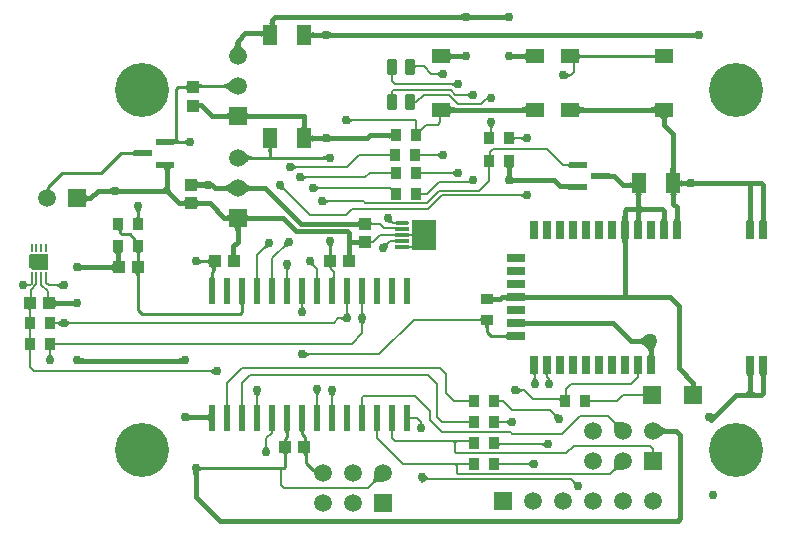
<source format=gtl>
G04*
G04 #@! TF.GenerationSoftware,Altium Limited,Altium Designer,20.1.8 (145)*
G04*
G04 Layer_Physical_Order=1*
G04 Layer_Color=255*
%FSLAX25Y25*%
%MOIN*%
G70*
G04*
G04 #@! TF.SameCoordinates,6F670A74-5D77-4B1B-A970-1CA094F5BC2F*
G04*
G04*
G04 #@! TF.FilePolarity,Positive*
G04*
G01*
G75*
%ADD12C,0.01000*%
%ADD14C,0.00600*%
%ADD17R,0.04724X0.01181*%
G04:AMPARAMS|DCode=18|XSize=11.81mil|YSize=47.24mil|CornerRadius=2.95mil|HoleSize=0mil|Usage=FLASHONLY|Rotation=90.000|XOffset=0mil|YOffset=0mil|HoleType=Round|Shape=RoundedRectangle|*
%AMROUNDEDRECTD18*
21,1,0.01181,0.04134,0,0,90.0*
21,1,0.00591,0.04724,0,0,90.0*
1,1,0.00591,0.02067,0.00295*
1,1,0.00591,0.02067,-0.00295*
1,1,0.00591,-0.02067,-0.00295*
1,1,0.00591,-0.02067,0.00295*
%
%ADD18ROUNDEDRECTD18*%
%ADD19R,0.08268X0.09843*%
%ADD20R,0.02362X0.08661*%
%ADD21R,0.03937X0.03937*%
%ADD22R,0.06100X0.05100*%
%ADD23R,0.03543X0.03937*%
%ADD25R,0.00900X0.02900*%
%ADD26R,0.03937X0.03937*%
%ADD27R,0.05906X0.02362*%
%ADD28R,0.05118X0.07087*%
%ADD29R,0.03937X0.03543*%
G04:AMPARAMS|DCode=30|XSize=54.72mil|YSize=31.1mil|CornerRadius=3.89mil|HoleSize=0mil|Usage=FLASHONLY|Rotation=270.000|XOffset=0mil|YOffset=0mil|HoleType=Round|Shape=RoundedRectangle|*
%AMROUNDEDRECTD30*
21,1,0.05472,0.02333,0,0,270.0*
21,1,0.04695,0.03110,0,0,270.0*
1,1,0.00778,-0.01166,-0.02347*
1,1,0.00778,-0.01166,0.02347*
1,1,0.00778,0.01166,0.02347*
1,1,0.00778,0.01166,-0.02347*
%
%ADD30ROUNDEDRECTD30*%
%ADD31R,0.02756X0.05906*%
%ADD32R,0.05906X0.02756*%
%ADD33R,0.05906X0.05906*%
G04:AMPARAMS|DCode=55|XSize=19.68mil|YSize=19.68mil|CornerRadius=2.46mil|HoleSize=0mil|Usage=FLASHONLY|Rotation=0.000|XOffset=0mil|YOffset=0mil|HoleType=Round|Shape=RoundedRectangle|*
%AMROUNDEDRECTD55*
21,1,0.01968,0.01476,0,0,0.0*
21,1,0.01476,0.01968,0,0,0.0*
1,1,0.00492,0.00738,-0.00738*
1,1,0.00492,-0.00738,-0.00738*
1,1,0.00492,-0.00738,0.00738*
1,1,0.00492,0.00738,0.00738*
%
%ADD55ROUNDEDRECTD55*%
%ADD56C,0.01500*%
%ADD57C,0.05906*%
%ADD58C,0.02165*%
%ADD59C,0.18000*%
%ADD60C,0.03000*%
%ADD61C,0.05000*%
G36*
X157672Y270744D02*
X157695Y270487D01*
X157732Y270260D01*
X157785Y270064D01*
X157852Y269897D01*
X157935Y269761D01*
X158032Y269655D01*
X158145Y269580D01*
X158272Y269534D01*
X158415Y269519D01*
X155415D01*
X155557Y269534D01*
X155685Y269580D01*
X155797Y269655D01*
X155895Y269761D01*
X155977Y269897D01*
X156045Y270064D01*
X156097Y270260D01*
X156135Y270487D01*
X156157Y270744D01*
X156165Y271031D01*
X157665D01*
X157672Y270744D01*
D02*
G37*
G36*
X153744Y265000D02*
X153729Y265142D01*
X153684Y265270D01*
X153609Y265383D01*
X153504Y265480D01*
X153369Y265563D01*
X153204Y265630D01*
X153009Y265683D01*
X152784Y265720D01*
X152529Y265742D01*
X152244Y265750D01*
Y267250D01*
X152529Y267257D01*
X152784Y267280D01*
X153009Y267318D01*
X153204Y267370D01*
X153369Y267438D01*
X153504Y267520D01*
X153609Y267618D01*
X153684Y267730D01*
X153729Y267858D01*
X153744Y268000D01*
Y265000D01*
D02*
G37*
G36*
X176135Y266993D02*
X176210Y266942D01*
X176296Y266897D01*
X176393Y266858D01*
X176500Y266825D01*
X176618Y266798D01*
X176747Y266777D01*
X176887Y266762D01*
X177199Y266750D01*
Y265250D01*
X177038Y265247D01*
X176747Y265223D01*
X176618Y265202D01*
X176500Y265175D01*
X176393Y265142D01*
X176296Y265103D01*
X176210Y265058D01*
X176135Y265007D01*
X176071Y264950D01*
Y267050D01*
X176135Y266993D01*
D02*
G37*
G36*
X173929Y264950D02*
X173865Y265007D01*
X173790Y265058D01*
X173704Y265103D01*
X173607Y265142D01*
X173500Y265175D01*
X173382Y265202D01*
X173253Y265223D01*
X173113Y265238D01*
X172801Y265250D01*
X172801Y266750D01*
X172962Y266753D01*
X173253Y266777D01*
X173382Y266798D01*
X173500Y266825D01*
X173607Y266858D01*
X173704Y266897D01*
X173790Y266942D01*
X173865Y266993D01*
X173929Y267050D01*
X173929Y264950D01*
D02*
G37*
G36*
X170259Y267357D02*
X170304Y267230D01*
X170380Y267118D01*
X170486Y267020D01*
X170622Y266937D01*
X170788Y266870D01*
X170985Y266817D01*
X171211Y266780D01*
X171468Y266757D01*
X171756Y266750D01*
Y265250D01*
X171468Y265243D01*
X171211Y265220D01*
X170985Y265182D01*
X170788Y265130D01*
X170622Y265062D01*
X170486Y264980D01*
X170380Y264882D01*
X170304Y264770D01*
X170259Y264643D01*
X170244Y264500D01*
Y267500D01*
X170259Y267357D01*
D02*
G37*
G36*
X146263Y263381D02*
X146303Y263134D01*
X146369Y262885D01*
X146461Y262635D01*
X146579Y262384D01*
X146724Y262131D01*
X146895Y261877D01*
X147093Y261623D01*
X147317Y261366D01*
X147567Y261109D01*
X143433D01*
X143683Y261366D01*
X143907Y261623D01*
X144105Y261877D01*
X144276Y262131D01*
X144421Y262384D01*
X144539Y262635D01*
X144632Y262885D01*
X144697Y263134D01*
X144737Y263381D01*
X144750Y263628D01*
X146250D01*
X146263Y263381D01*
D02*
G37*
G36*
X132455Y249905D02*
X132485Y249820D01*
X132536Y249745D01*
X132606Y249680D01*
X132697Y249625D01*
X132809Y249580D01*
X132940Y249545D01*
X133092Y249520D01*
X133264Y249505D01*
X133457Y249500D01*
Y248500D01*
X133264Y248495D01*
X133092Y248480D01*
X132940Y248455D01*
X132809Y248420D01*
X132697Y248375D01*
X132606Y248320D01*
X132536Y248255D01*
X132485Y248180D01*
X132455Y248095D01*
X132445Y248000D01*
Y250000D01*
X132455Y249905D01*
D02*
G37*
G36*
X128556Y247500D02*
X128545Y247595D01*
X128515Y247680D01*
X128464Y247755D01*
X128394Y247820D01*
X128303Y247875D01*
X128191Y247920D01*
X128060Y247955D01*
X127908Y247980D01*
X127736Y247995D01*
X127543Y248000D01*
Y249000D01*
X127736Y249005D01*
X127908Y249020D01*
X128060Y249045D01*
X128191Y249080D01*
X128303Y249125D01*
X128394Y249180D01*
X128464Y249245D01*
X128515Y249320D01*
X128545Y249405D01*
X128556Y249500D01*
Y247500D01*
D02*
G37*
G36*
X143391Y246933D02*
X143089Y247231D01*
X142515Y247732D01*
X142242Y247936D01*
X141980Y248108D01*
X141728Y248249D01*
X141485Y248359D01*
X141253Y248437D01*
X141031Y248484D01*
X140818Y248500D01*
Y249500D01*
X141031Y249516D01*
X141253Y249563D01*
X141485Y249641D01*
X141728Y249751D01*
X141980Y249892D01*
X142242Y250064D01*
X142515Y250268D01*
X143089Y250769D01*
X143391Y251067D01*
Y246933D01*
D02*
G37*
G36*
X132454Y243510D02*
X132482Y243480D01*
X132529Y243454D01*
X132595Y243431D01*
X132679Y243411D01*
X132782Y243395D01*
X133045Y243374D01*
X133383Y243367D01*
Y241867D01*
X133204Y241865D01*
X132782Y241839D01*
X132679Y241823D01*
X132595Y241804D01*
X132529Y241781D01*
X132482Y241755D01*
X132454Y241724D01*
X132445Y241691D01*
Y243544D01*
X132454Y243510D01*
D02*
G37*
G36*
X148444Y240357D02*
X148489Y240230D01*
X148565Y240118D01*
X148671Y240020D01*
X148807Y239937D01*
X148973Y239870D01*
X149170Y239818D01*
X149396Y239780D01*
X149653Y239757D01*
X149941Y239750D01*
Y238250D01*
X149653Y238243D01*
X149396Y238220D01*
X149170Y238182D01*
X148973Y238130D01*
X148807Y238063D01*
X148671Y237980D01*
X148565Y237882D01*
X148489Y237770D01*
X148444Y237643D01*
X148429Y237500D01*
Y240500D01*
X148444Y240357D01*
D02*
G37*
G36*
X142571Y237500D02*
X142556Y237643D01*
X142511Y237770D01*
X142435Y237882D01*
X142329Y237980D01*
X142193Y238063D01*
X142027Y238130D01*
X141830Y238182D01*
X141604Y238220D01*
X141347Y238243D01*
X141059Y238250D01*
Y239750D01*
X141347Y239757D01*
X141604Y239780D01*
X141830Y239818D01*
X142027Y239870D01*
X142193Y239937D01*
X142329Y240020D01*
X142435Y240118D01*
X142511Y240230D01*
X142556Y240357D01*
X142571Y240500D01*
Y237500D01*
D02*
G37*
G36*
X182714Y238411D02*
X182995Y238172D01*
X183131Y238074D01*
X183262Y237992D01*
X183391Y237925D01*
X183516Y237872D01*
X183637Y237835D01*
X183755Y237812D01*
X183869Y237805D01*
X183871Y237205D01*
X183756Y237197D01*
X183638Y237175D01*
X183517Y237137D01*
X183392Y237085D01*
X183265Y237017D01*
X183133Y236934D01*
X182999Y236837D01*
X182861Y236724D01*
X182574Y236453D01*
X182568Y238553D01*
X182714Y238411D01*
D02*
G37*
G36*
X168466Y236244D02*
X168489Y235987D01*
X168526Y235760D01*
X168579Y235564D01*
X168646Y235397D01*
X168729Y235261D01*
X168826Y235155D01*
X168939Y235080D01*
X169066Y235034D01*
X169209Y235019D01*
X166209D01*
X166351Y235034D01*
X166479Y235080D01*
X166591Y235155D01*
X166689Y235261D01*
X166771Y235397D01*
X166839Y235564D01*
X166891Y235760D01*
X166929Y235987D01*
X166951Y236244D01*
X166959Y236531D01*
X168459D01*
X168466Y236244D01*
D02*
G37*
G36*
X176135Y232493D02*
X176210Y232442D01*
X176296Y232397D01*
X176393Y232358D01*
X176500Y232325D01*
X176618Y232298D01*
X176747Y232277D01*
X176887Y232262D01*
X177199Y232250D01*
X177199Y230750D01*
X177038Y230747D01*
X176747Y230723D01*
X176618Y230702D01*
X176500Y230675D01*
X176393Y230642D01*
X176296Y230603D01*
X176210Y230558D01*
X176135Y230507D01*
X176071Y230450D01*
X175000Y231500D01*
X173929Y230450D01*
X173865Y230507D01*
X173790Y230558D01*
X173704Y230603D01*
X173607Y230642D01*
X173500Y230675D01*
X173382Y230702D01*
X173253Y230723D01*
X172962Y230747D01*
X172801Y230750D01*
X172801Y232250D01*
X173113Y232262D01*
X173253Y232277D01*
X173382Y232298D01*
X173500Y232325D01*
X173607Y232358D01*
X173704Y232397D01*
X173790Y232442D01*
X173865Y232493D01*
X173929Y232550D01*
X175000Y231500D01*
X176071Y232550D01*
X176135Y232493D01*
D02*
G37*
G36*
X125510Y231550D02*
X125540Y231380D01*
X125590Y231230D01*
X125660Y231100D01*
X125750Y230990D01*
X125860Y230900D01*
X125990Y230830D01*
X126140Y230780D01*
X126310Y230750D01*
X126500Y230740D01*
X125000Y229740D01*
X124842Y229737D01*
X124576Y229711D01*
X124468Y229689D01*
X124377Y229660D01*
X124302Y229625D01*
X124244Y229584D01*
X124202Y229536D01*
X124177Y229482D01*
X124169Y229421D01*
Y230294D01*
X123500Y230740D01*
X123690Y230750D01*
X123860Y230780D01*
X124010Y230830D01*
X124140Y230900D01*
X124169Y230924D01*
Y231059D01*
X124177Y230999D01*
X124200Y230949D01*
X124250Y230990D01*
X124340Y231100D01*
X124410Y231230D01*
X124460Y231380D01*
X124490Y231550D01*
X124500Y231740D01*
X125500D01*
X125510Y231550D01*
D02*
G37*
G36*
X170259Y232857D02*
X170304Y232730D01*
X170380Y232617D01*
X170486Y232520D01*
X170622Y232437D01*
X170788Y232370D01*
X170985Y232317D01*
X171211Y232280D01*
X171468Y232258D01*
X171756Y232250D01*
Y230750D01*
X171468Y230743D01*
X171211Y230720D01*
X170985Y230682D01*
X170788Y230630D01*
X170622Y230562D01*
X170486Y230480D01*
X170380Y230382D01*
X170304Y230270D01*
X170259Y230142D01*
X170244Y230000D01*
Y233000D01*
X170259Y232857D01*
D02*
G37*
G36*
X128669Y229190D02*
X128560Y229295D01*
X128447Y229388D01*
X128331Y229471D01*
X128211Y229542D01*
X128089Y229603D01*
X127963Y229652D01*
X127833Y229691D01*
X127701Y229718D01*
X127565Y229735D01*
X127426Y229740D01*
Y230740D01*
X127565Y230746D01*
X127701Y230762D01*
X127833Y230790D01*
X127963Y230828D01*
X128089Y230878D01*
X128211Y230938D01*
X128331Y231010D01*
X128447Y231092D01*
X128560Y231186D01*
X128669Y231290D01*
Y229190D01*
D02*
G37*
G36*
X157092Y227971D02*
X157007Y227940D01*
X156932Y227890D01*
X156867Y227819D01*
X156812Y227728D01*
X156767Y227616D01*
X156732Y227485D01*
X156707Y227333D01*
X156692Y227161D01*
X156687Y226969D01*
X155687D01*
X155682Y227161D01*
X155667Y227333D01*
X155642Y227485D01*
X155607Y227616D01*
X155562Y227728D01*
X155507Y227819D01*
X155442Y227890D01*
X155367Y227940D01*
X155282Y227971D01*
X155187Y227981D01*
X157187D01*
X157092Y227971D01*
D02*
G37*
G36*
X110819Y225500D02*
X110809Y225595D01*
X110779Y225680D01*
X110729Y225755D01*
X110659Y225820D01*
X110569Y225875D01*
X110459Y225920D01*
X110329Y225955D01*
X110179Y225980D01*
X110009Y225995D01*
X109819Y226000D01*
Y227000D01*
X110009Y227005D01*
X110179Y227020D01*
X110329Y227045D01*
X110459Y227080D01*
X110569Y227125D01*
X110659Y227180D01*
X110729Y227245D01*
X110779Y227320D01*
X110809Y227405D01*
X110819Y227500D01*
Y225500D01*
D02*
G37*
G36*
X175324Y224054D02*
X175215Y224159D01*
X175102Y224252D01*
X174986Y224335D01*
X174867Y224406D01*
X174744Y224467D01*
X174618Y224516D01*
X174489Y224555D01*
X174356Y224582D01*
X174221Y224599D01*
X174082Y224604D01*
Y225604D01*
X174221Y225610D01*
X174356Y225626D01*
X174489Y225654D01*
X174618Y225692D01*
X174744Y225742D01*
X174867Y225802D01*
X174986Y225874D01*
X175102Y225956D01*
X175215Y226050D01*
X175324Y226154D01*
Y224054D01*
D02*
G37*
G36*
X147851Y226848D02*
X148449Y226357D01*
X148730Y226157D01*
X148999Y225988D01*
X149256Y225850D01*
X149500Y225743D01*
X149733Y225666D01*
X149953Y225620D01*
X150162Y225604D01*
X150198Y224604D01*
X149982Y224588D01*
X149758Y224540D01*
X149526Y224461D01*
X149286Y224349D01*
X149038Y224205D01*
X148783Y224030D01*
X148519Y223823D01*
X148247Y223583D01*
X147680Y223009D01*
X147534Y227140D01*
X147851Y226848D01*
D02*
G37*
G36*
X164216Y222907D02*
X164497Y222668D01*
X164632Y222570D01*
X164763Y222487D01*
X164892Y222420D01*
X165016Y222368D01*
X165138Y222330D01*
X165255Y222307D01*
X165370Y222300D01*
Y221700D01*
X165255Y221692D01*
X165138Y221670D01*
X165016Y221633D01*
X164892Y221580D01*
X164763Y221513D01*
X164632Y221430D01*
X164497Y221333D01*
X164358Y221220D01*
X164071Y220950D01*
Y223050D01*
X164216Y222907D01*
D02*
G37*
G36*
X123357Y221588D02*
X123230Y221542D01*
X123117Y221467D01*
X123020Y221361D01*
X122938Y221225D01*
X122870Y221058D01*
X122818Y220862D01*
X122780Y220635D01*
X122757Y220378D01*
X122750Y220091D01*
X121250D01*
X121242Y220378D01*
X121220Y220635D01*
X121183Y220862D01*
X121130Y221058D01*
X121063Y221225D01*
X120980Y221361D01*
X120882Y221467D01*
X120770Y221542D01*
X120642Y221588D01*
X120500Y221603D01*
X123500D01*
X123357Y221588D01*
D02*
G37*
G36*
X167415Y219408D02*
X167695Y219167D01*
X167830Y219070D01*
X167962Y218987D01*
X168090Y218920D01*
X168215Y218867D01*
X168336Y218830D01*
X168454Y218808D01*
X168568Y218800D01*
Y218200D01*
X168454Y218193D01*
X168336Y218170D01*
X168215Y218132D01*
X168090Y218080D01*
X167962Y218012D01*
X167830Y217930D01*
X167695Y217832D01*
X167557Y217720D01*
X167270Y217450D01*
Y219550D01*
X167415Y219408D01*
D02*
G37*
G36*
X131960Y217507D02*
X132005Y217380D01*
X132081Y217267D01*
X132186Y217170D01*
X132323Y217087D01*
X132489Y217020D01*
X132685Y216967D01*
X132912Y216930D01*
X133169Y216907D01*
X133435Y216900D01*
X133562Y216902D01*
X133854Y216922D01*
X133984Y216940D01*
X134103Y216963D01*
X134212Y216990D01*
X134309Y217023D01*
X134397Y217061D01*
X134473Y217104D01*
X134539Y217152D01*
X134329Y215062D01*
X134270Y215126D01*
X134199Y215184D01*
X134116Y215234D01*
X134023Y215278D01*
X133918Y215315D01*
X133802Y215346D01*
X133675Y215369D01*
X133536Y215386D01*
X133387Y215396D01*
X133353Y215397D01*
X133169Y215392D01*
X132912Y215370D01*
X132685Y215332D01*
X132489Y215280D01*
X132323Y215212D01*
X132186Y215130D01*
X132081Y215032D01*
X132005Y214920D01*
X131960Y214792D01*
X131945Y214650D01*
Y217650D01*
X131960Y217507D01*
D02*
G37*
G36*
X138167Y215894D02*
X137394Y214546D01*
X137275Y214660D01*
X137061Y214841D01*
X136967Y214906D01*
X136880Y214954D01*
X136802Y214987D01*
X136732Y215002D01*
X136670Y215001D01*
X136617Y214984D01*
X136571Y214950D01*
X136709Y216887D01*
X138167Y215894D01*
D02*
G37*
G36*
X161002Y215781D02*
X161030Y215414D01*
X161057Y215249D01*
X161092Y215098D01*
X161135Y214960D01*
X161186Y214834D01*
X161245Y214722D01*
X161312Y214623D01*
X161388Y214536D01*
X160963Y214112D01*
X160877Y214188D01*
X160778Y214255D01*
X160666Y214314D01*
X160540Y214366D01*
X160402Y214408D01*
X160251Y214443D01*
X160086Y214470D01*
X159909Y214488D01*
X159515Y214500D01*
X161000Y215985D01*
X161002Y215781D01*
D02*
G37*
G36*
X82873Y215179D02*
X82889Y215004D01*
X82917Y214843D01*
X82956Y214695D01*
X83007Y214560D01*
X83068Y214439D01*
X83141Y214331D01*
X83225Y214236D01*
X83319Y214154D01*
X83426Y214086D01*
X81256Y214357D01*
X81372Y214396D01*
X81476Y214449D01*
X81568Y214515D01*
X81647Y214595D01*
X81714Y214689D01*
X81769Y214797D01*
X81812Y214919D01*
X81842Y215054D01*
X81861Y215204D01*
X81867Y215367D01*
X82867D01*
X82873Y215179D01*
D02*
G37*
G36*
X171716Y215908D02*
X171997Y215668D01*
X172132Y215570D01*
X172263Y215488D01*
X172391Y215420D01*
X172516Y215368D01*
X172637Y215330D01*
X172755Y215307D01*
X172870Y215300D01*
Y214700D01*
X172755Y214692D01*
X172637Y214670D01*
X172516Y214633D01*
X172391Y214580D01*
X172263Y214512D01*
X172132Y214430D01*
X171997Y214333D01*
X171858Y214220D01*
X171571Y213950D01*
Y216050D01*
X171716Y215908D01*
D02*
G37*
G36*
X105635Y214993D02*
X105710Y214942D01*
X105796Y214897D01*
X105893Y214858D01*
X106000Y214825D01*
X106118Y214798D01*
X106247Y214777D01*
X106387Y214762D01*
X106699Y214750D01*
Y213250D01*
X106538Y213247D01*
X106247Y213223D01*
X106118Y213202D01*
X106000Y213175D01*
X105893Y213142D01*
X105796Y213103D01*
X105710Y213058D01*
X105635Y213007D01*
X105571Y212950D01*
Y215050D01*
X105635Y214993D01*
D02*
G37*
G36*
X103429Y212950D02*
X103365Y213007D01*
X103290Y213058D01*
X103204Y213103D01*
X103107Y213142D01*
X103000Y213175D01*
X102882Y213202D01*
X102753Y213223D01*
X102613Y213238D01*
X102301Y213250D01*
Y214750D01*
X102462Y214753D01*
X102753Y214777D01*
X102882Y214798D01*
X103000Y214825D01*
X103107Y214858D01*
X103204Y214897D01*
X103290Y214942D01*
X103365Y214993D01*
X103429Y215050D01*
Y212950D01*
D02*
G37*
G36*
X147866Y216817D02*
X148123Y216593D01*
X148378Y216395D01*
X148631Y216224D01*
X148884Y216079D01*
X149135Y215961D01*
X149385Y215868D01*
X149634Y215803D01*
X149881Y215763D01*
X150128Y215750D01*
Y214250D01*
X149881Y214237D01*
X149634Y214197D01*
X149385Y214131D01*
X149135Y214039D01*
X148884Y213921D01*
X148631Y213776D01*
X148378Y213605D01*
X148123Y213407D01*
X147866Y213183D01*
X147609Y212933D01*
Y217067D01*
X147866Y216817D01*
D02*
G37*
G36*
X143391Y212933D02*
X143134Y213183D01*
X142877Y213407D01*
X142622Y213605D01*
X142369Y213776D01*
X142116Y213921D01*
X141865Y214039D01*
X141615Y214131D01*
X141366Y214197D01*
X141119Y214237D01*
X140872Y214250D01*
Y215750D01*
X141119Y215763D01*
X141366Y215803D01*
X141615Y215868D01*
X141865Y215961D01*
X142116Y216079D01*
X142369Y216224D01*
X142622Y216395D01*
X142877Y216593D01*
X143134Y216817D01*
X143391Y217067D01*
Y212933D01*
D02*
G37*
G36*
X122750Y215811D02*
X122761Y215515D01*
X122792Y215228D01*
X122845Y214950D01*
X122920Y214681D01*
X123015Y214421D01*
X123132Y214169D01*
X123270Y213926D01*
X123429Y213692D01*
X123609Y213467D01*
X123811Y213250D01*
X122750Y212189D01*
X122534Y212391D01*
X122308Y212571D01*
X122074Y212730D01*
X121831Y212868D01*
X121580Y212985D01*
X121319Y213080D01*
X121050Y213155D01*
X120772Y213208D01*
X120485Y213239D01*
X120189Y213250D01*
X119750Y214750D01*
X120035Y214765D01*
X120290Y214810D01*
X120515Y214885D01*
X120710Y214990D01*
X120875Y215125D01*
X121010Y215290D01*
X121115Y215485D01*
X121190Y215710D01*
X121235Y215965D01*
X121250Y216250D01*
X122750Y215811D01*
D02*
G37*
G36*
X94944Y212839D02*
X94988Y212716D01*
X95063Y212607D01*
X95167Y212512D01*
X95301Y212432D01*
X95465Y212366D01*
X95659Y212316D01*
X95882Y212279D01*
X96135Y212257D01*
X96418Y212250D01*
Y210750D01*
X96135Y210743D01*
X95882Y210721D01*
X95659Y210684D01*
X95465Y210634D01*
X95301Y210568D01*
X95167Y210488D01*
X95063Y210394D01*
X94988Y210284D01*
X94944Y210161D01*
X94929Y210022D01*
Y212978D01*
X94944Y212839D01*
D02*
G37*
G36*
X174716Y211407D02*
X174997Y211168D01*
X175132Y211070D01*
X175263Y210987D01*
X175391Y210920D01*
X175516Y210868D01*
X175637Y210830D01*
X175755Y210807D01*
X175870Y210800D01*
Y210200D01*
X175755Y210192D01*
X175637Y210170D01*
X175516Y210133D01*
X175391Y210080D01*
X175263Y210013D01*
X175132Y209930D01*
X174997Y209833D01*
X174858Y209720D01*
X174571Y209450D01*
Y211550D01*
X174716Y211407D01*
D02*
G37*
G36*
X128056Y208500D02*
X128040Y208643D01*
X127995Y208770D01*
X127919Y208882D01*
X127814Y208980D01*
X127678Y209063D01*
X127511Y209130D01*
X127315Y209183D01*
X127088Y209220D01*
X126831Y209243D01*
X126543Y209250D01*
Y210750D01*
X126831Y210757D01*
X127088Y210780D01*
X127315Y210818D01*
X127511Y210870D01*
X127678Y210938D01*
X127814Y211020D01*
X127919Y211118D01*
X127995Y211230D01*
X128040Y211357D01*
X128056Y211500D01*
Y208500D01*
D02*
G37*
G36*
X131960Y211208D02*
X132005Y211080D01*
X132081Y210968D01*
X132186Y210870D01*
X132323Y210788D01*
X132489Y210720D01*
X132685Y210668D01*
X132912Y210630D01*
X133169Y210608D01*
X133457Y210600D01*
Y209100D01*
X133169Y209093D01*
X132912Y209070D01*
X132685Y209033D01*
X132489Y208980D01*
X132323Y208913D01*
X132186Y208830D01*
X132081Y208733D01*
X132005Y208620D01*
X131960Y208493D01*
X131945Y208350D01*
Y211350D01*
X131960Y211208D01*
D02*
G37*
G36*
X113292Y207666D02*
X113198Y207553D01*
X113116Y207437D01*
X113045Y207318D01*
X112984Y207195D01*
X112935Y207069D01*
X112896Y206940D01*
X112868Y206807D01*
X112852Y206671D01*
X112847Y206532D01*
X111846D01*
X111841Y206671D01*
X111825Y206807D01*
X111797Y206940D01*
X111758Y207069D01*
X111709Y207195D01*
X111648Y207318D01*
X111577Y207437D01*
X111495Y207553D01*
X111401Y207666D01*
X111296Y207775D01*
X113397D01*
X113292Y207666D01*
D02*
G37*
G36*
X112852Y205764D02*
X112866Y205592D01*
X112891Y205440D01*
X112926Y205309D01*
X112971Y205198D01*
X113026Y205106D01*
X113092Y205036D01*
X113166Y204985D01*
X113251Y204955D01*
X113347Y204944D01*
X111346D01*
X111442Y204955D01*
X111527Y204985D01*
X111601Y205036D01*
X111667Y205106D01*
X111722Y205198D01*
X111767Y205309D01*
X111802Y205440D01*
X111827Y205592D01*
X111841Y205764D01*
X111846Y205957D01*
X112847D01*
X112852Y205764D01*
D02*
G37*
G36*
X148444Y206358D02*
X148489Y206230D01*
X148565Y206118D01*
X148671Y206020D01*
X148807Y205938D01*
X148973Y205870D01*
X149170Y205818D01*
X149396Y205780D01*
X149653Y205757D01*
X149941Y205750D01*
Y204250D01*
X149653Y204242D01*
X149396Y204220D01*
X149170Y204183D01*
X148973Y204130D01*
X148807Y204063D01*
X148671Y203980D01*
X148565Y203883D01*
X148489Y203770D01*
X148444Y203643D01*
X148429Y203500D01*
Y206500D01*
X148444Y206358D01*
D02*
G37*
G36*
X142571Y203500D02*
X142556Y203643D01*
X142511Y203770D01*
X142435Y203883D01*
X142329Y203980D01*
X142193Y204063D01*
X142027Y204130D01*
X141830Y204183D01*
X141604Y204220D01*
X141347Y204242D01*
X141059Y204250D01*
Y205750D01*
X141347Y205757D01*
X141604Y205780D01*
X141830Y205818D01*
X142027Y205870D01*
X142193Y205938D01*
X142329Y206020D01*
X142435Y206118D01*
X142511Y206230D01*
X142556Y206358D01*
X142571Y206500D01*
Y203500D01*
D02*
G37*
G36*
X186056Y201483D02*
X186040Y201625D01*
X185995Y201753D01*
X185919Y201866D01*
X185814Y201963D01*
X185678Y202045D01*
X185511Y202113D01*
X185315Y202166D01*
X185088Y202203D01*
X184831Y202225D01*
X184544Y202233D01*
Y203733D01*
X184831Y203741D01*
X185088Y203763D01*
X185315Y203801D01*
X185511Y203853D01*
X185678Y203921D01*
X185814Y204003D01*
X185919Y204100D01*
X185995Y204213D01*
X186040Y204341D01*
X186056Y204483D01*
Y201483D01*
D02*
G37*
G36*
X146858Y202044D02*
X146730Y201999D01*
X146617Y201924D01*
X146520Y201819D01*
X146438Y201684D01*
X146370Y201519D01*
X146318Y201324D01*
X146280Y201099D01*
X146257Y200844D01*
X146250Y200559D01*
X144750D01*
X144743Y200844D01*
X144720Y201099D01*
X144683Y201324D01*
X144630Y201519D01*
X144562Y201684D01*
X144480Y201819D01*
X144383Y201924D01*
X144270Y201999D01*
X144142Y202044D01*
X144000Y202059D01*
X147000D01*
X146858Y202044D01*
D02*
G37*
G36*
X107228Y201046D02*
X107156Y201018D01*
X107092Y200971D01*
X107036Y200905D01*
X106989Y200821D01*
X106951Y200718D01*
X106921Y200596D01*
X106900Y200455D01*
X106887Y200295D01*
X106883Y200117D01*
X105883D01*
X105878Y200295D01*
X105866Y200455D01*
X105844Y200596D01*
X105815Y200718D01*
X105776Y200821D01*
X105729Y200905D01*
X105674Y200971D01*
X105610Y201018D01*
X105537Y201046D01*
X105456Y201056D01*
X107309D01*
X107228Y201046D01*
D02*
G37*
G36*
X186056Y195350D02*
X186040Y195493D01*
X185995Y195620D01*
X185919Y195733D01*
X185814Y195830D01*
X185678Y195913D01*
X185511Y195980D01*
X185315Y196033D01*
X185088Y196070D01*
X184831Y196093D01*
X184544Y196100D01*
Y197600D01*
X184831Y197608D01*
X185088Y197630D01*
X185315Y197668D01*
X185511Y197720D01*
X185678Y197788D01*
X185814Y197870D01*
X185919Y197968D01*
X185995Y198080D01*
X186040Y198208D01*
X186056Y198350D01*
Y195350D01*
D02*
G37*
G36*
X162485Y195500D02*
X162282Y195498D01*
X161914Y195470D01*
X161749Y195443D01*
X161598Y195408D01*
X161460Y195366D01*
X161334Y195315D01*
X161222Y195255D01*
X161123Y195188D01*
X161037Y195112D01*
X160612Y195536D01*
X160688Y195623D01*
X160755Y195722D01*
X160814Y195834D01*
X160865Y195959D01*
X160908Y196098D01*
X160943Y196249D01*
X160970Y196414D01*
X160988Y196591D01*
X161000Y196985D01*
X162485Y195500D01*
D02*
G37*
G36*
X177341Y196219D02*
X177248Y196107D01*
X177165Y195991D01*
X177094Y195871D01*
X177033Y195748D01*
X176984Y195623D01*
X176945Y195493D01*
X176918Y195361D01*
X176901Y195225D01*
X176896Y195086D01*
X175896D01*
X175890Y195225D01*
X175874Y195361D01*
X175846Y195493D01*
X175808Y195623D01*
X175758Y195748D01*
X175698Y195871D01*
X175626Y195991D01*
X175544Y196107D01*
X175450Y196219D01*
X175346Y196329D01*
X177446D01*
X177341Y196219D01*
D02*
G37*
G36*
X155985Y195000D02*
X155781Y194998D01*
X155414Y194970D01*
X155249Y194943D01*
X155098Y194908D01*
X154959Y194866D01*
X154834Y194815D01*
X154722Y194755D01*
X154623Y194688D01*
X154536Y194612D01*
X154112Y195036D01*
X154188Y195123D01*
X154255Y195222D01*
X154314Y195334D01*
X154366Y195459D01*
X154408Y195598D01*
X154443Y195749D01*
X154470Y195914D01*
X154488Y196091D01*
X154500Y196485D01*
X155985Y195000D01*
D02*
G37*
G36*
X113251Y193545D02*
X113166Y193515D01*
X113092Y193464D01*
X113026Y193394D01*
X112971Y193303D01*
X112926Y193191D01*
X112891Y193060D01*
X112866Y192908D01*
X112852Y192736D01*
X112847Y192543D01*
X111846D01*
X111841Y192736D01*
X111827Y192908D01*
X111802Y193060D01*
X111767Y193191D01*
X111722Y193303D01*
X111667Y193394D01*
X111601Y193464D01*
X111527Y193515D01*
X111442Y193545D01*
X111346Y193555D01*
X113347D01*
X113251Y193545D01*
D02*
G37*
G36*
X183407Y193669D02*
X183430Y193412D01*
X183467Y193185D01*
X183520Y192989D01*
X183587Y192823D01*
X183670Y192686D01*
X183767Y192581D01*
X183880Y192505D01*
X184007Y192460D01*
X184150Y192445D01*
X181150D01*
X181292Y192460D01*
X181420Y192505D01*
X181532Y192581D01*
X181630Y192686D01*
X181712Y192823D01*
X181780Y192989D01*
X181832Y193185D01*
X181870Y193412D01*
X181892Y193669D01*
X181900Y193956D01*
X183400D01*
X183407Y193669D01*
D02*
G37*
G36*
X176901Y193264D02*
X176916Y193092D01*
X176941Y192940D01*
X176976Y192809D01*
X177021Y192698D01*
X177076Y192606D01*
X177141Y192536D01*
X177216Y192485D01*
X177301Y192455D01*
X177396Y192445D01*
X175396D01*
X175491Y192455D01*
X175576Y192485D01*
X175651Y192536D01*
X175716Y192606D01*
X175771Y192698D01*
X175816Y192809D01*
X175851Y192940D01*
X175876Y193092D01*
X175891Y193264D01*
X175896Y193456D01*
X176896D01*
X176901Y193264D01*
D02*
G37*
G36*
X144757Y193669D02*
X144780Y193412D01*
X144817Y193185D01*
X144870Y192989D01*
X144938Y192823D01*
X145020Y192686D01*
X145117Y192581D01*
X145230Y192505D01*
X145358Y192460D01*
X145500Y192445D01*
X142500D01*
X142642Y192460D01*
X142770Y192505D01*
X142883Y192581D01*
X142980Y192686D01*
X143062Y192823D01*
X143130Y192989D01*
X143183Y193185D01*
X143220Y193412D01*
X143243Y193669D01*
X143250Y193956D01*
X144750D01*
X144757Y193669D01*
D02*
G37*
G36*
X107011Y193540D02*
X106884Y193495D01*
X106771Y193419D01*
X106674Y193314D01*
X106591Y193177D01*
X106524Y193011D01*
X106471Y192815D01*
X106433Y192588D01*
X106411Y192331D01*
X106404Y192043D01*
X104903D01*
X104896Y192331D01*
X104874Y192588D01*
X104836Y192815D01*
X104783Y193011D01*
X104716Y193177D01*
X104633Y193314D01*
X104536Y193419D01*
X104424Y193495D01*
X104296Y193540D01*
X104154Y193555D01*
X107153D01*
X107011Y193540D01*
D02*
G37*
G36*
X112852Y191264D02*
X112866Y191092D01*
X112891Y190940D01*
X112926Y190809D01*
X112971Y190698D01*
X113026Y190606D01*
X113092Y190536D01*
X113166Y190485D01*
X113251Y190455D01*
X113347Y190445D01*
X111346D01*
X111442Y190455D01*
X111527Y190485D01*
X111601Y190536D01*
X111667Y190606D01*
X111722Y190698D01*
X111767Y190809D01*
X111802Y190940D01*
X111827Y191092D01*
X111841Y191264D01*
X111846Y191456D01*
X112847D01*
X112852Y191264D01*
D02*
G37*
G36*
X106411Y191669D02*
X106433Y191412D01*
X106471Y191185D01*
X106524Y190989D01*
X106591Y190823D01*
X106674Y190686D01*
X106771Y190581D01*
X106884Y190505D01*
X107011Y190460D01*
X107153Y190445D01*
X104154D01*
X104296Y190460D01*
X104424Y190505D01*
X104536Y190581D01*
X104633Y190686D01*
X104716Y190823D01*
X104783Y190989D01*
X104836Y191185D01*
X104874Y191412D01*
X104896Y191669D01*
X104903Y191956D01*
X106404D01*
X106411Y191669D01*
D02*
G37*
G36*
X135894Y191016D02*
X136620Y191031D01*
Y189969D01*
X136599Y189975D01*
X136549Y189980D01*
X136360Y189989D01*
X135894Y189993D01*
Y189500D01*
X135884Y189595D01*
X135854Y189680D01*
X135804Y189755D01*
X135734Y189820D01*
X135644Y189875D01*
X135534Y189920D01*
X135404Y189955D01*
X135254Y189980D01*
X135084Y189995D01*
X134894Y190000D01*
Y191000D01*
X135084Y191005D01*
X135254Y191020D01*
X135404Y191045D01*
X135534Y191080D01*
X135644Y191125D01*
X135734Y191180D01*
X135804Y191245D01*
X135854Y191320D01*
X135884Y191405D01*
X135894Y191500D01*
Y191016D01*
D02*
G37*
G36*
X132681Y191446D02*
X132793Y191352D01*
X132910Y191270D01*
X133029Y191198D01*
X133151Y191138D01*
X133277Y191088D01*
X133407Y191050D01*
X133539Y191022D01*
X133675Y191006D01*
X133814Y191000D01*
Y190000D01*
X133675Y189995D01*
X133539Y189978D01*
X133407Y189951D01*
X133277Y189912D01*
X133151Y189863D01*
X133029Y189802D01*
X132910Y189731D01*
X132793Y189648D01*
X132681Y189555D01*
X132571Y189450D01*
Y191550D01*
X132681Y191446D01*
D02*
G37*
G36*
X171002Y190281D02*
X171030Y189914D01*
X171057Y189749D01*
X171092Y189598D01*
X171134Y189460D01*
X171186Y189334D01*
X171245Y189222D01*
X171312Y189123D01*
X171388Y189037D01*
X170964Y188612D01*
X170877Y188688D01*
X170778Y188755D01*
X170666Y188814D01*
X170540Y188865D01*
X170402Y188908D01*
X170251Y188943D01*
X170086Y188970D01*
X169909Y188988D01*
X169515Y189000D01*
X171000Y190485D01*
X171002Y190281D01*
D02*
G37*
G36*
X177028Y188550D02*
X176984Y188533D01*
X176945Y188504D01*
X176911Y188464D01*
X176882Y188412D01*
X176859Y188349D01*
X176840Y188275D01*
X176827Y188189D01*
X176820Y188092D01*
X176817Y187983D01*
X176217D01*
X176214Y188092D01*
X176207Y188189D01*
X176194Y188275D01*
X176175Y188349D01*
X176152Y188412D01*
X176123Y188464D01*
X176089Y188504D01*
X176050Y188533D01*
X176006Y188550D01*
X175956Y188556D01*
X177078D01*
X177028Y188550D01*
D02*
G37*
G36*
X82332Y192838D02*
X82365Y192804D01*
X82383Y192760D01*
Y192736D01*
Y187815D01*
Y187791D01*
X82365Y187747D01*
X82332Y187714D01*
X82288Y187695D01*
X76846D01*
X76838Y187699D01*
X76832Y187705D01*
X76829Y187712D01*
Y187716D01*
X76815Y187866D01*
X76700Y188142D01*
X76489Y188354D01*
X76213Y188468D01*
X76063Y188483D01*
X76059D01*
X76051Y188486D01*
X76045Y188492D01*
X76042Y188500D01*
Y188504D01*
Y192736D01*
Y192760D01*
X76060Y192804D01*
X76094Y192838D01*
X76138Y192856D01*
X82288D01*
X82332Y192838D01*
D02*
G37*
G36*
X138025Y189599D02*
X138020Y189549D01*
X138011Y189360D01*
X138004Y188556D01*
X138500D01*
X138405Y188545D01*
X138320Y188515D01*
X138245Y188464D01*
X138180Y188394D01*
X138125Y188303D01*
X138080Y188191D01*
X138045Y188060D01*
X138020Y187908D01*
X138005Y187736D01*
X138000Y187543D01*
X137000D01*
X136995Y187736D01*
X136980Y187908D01*
X136955Y188060D01*
X136920Y188191D01*
X136875Y188303D01*
X136820Y188394D01*
X136755Y188464D01*
X136680Y188515D01*
X136595Y188545D01*
X136500Y188556D01*
X136991D01*
X136969Y189620D01*
X138031D01*
X138025Y189599D01*
D02*
G37*
G36*
X93135Y189493D02*
X93210Y189442D01*
X93296Y189397D01*
X93393Y189358D01*
X93500Y189325D01*
X93618Y189298D01*
X93747Y189277D01*
X93887Y189262D01*
X94199Y189250D01*
Y187750D01*
X94038Y187747D01*
X93747Y187723D01*
X93618Y187702D01*
X93500Y187675D01*
X93393Y187642D01*
X93296Y187603D01*
X93210Y187558D01*
X93135Y187507D01*
X93071Y187450D01*
Y189550D01*
X93135Y189493D01*
D02*
G37*
G36*
X162908Y188284D02*
X162668Y188003D01*
X162570Y187868D01*
X162487Y187737D01*
X162420Y187609D01*
X162367Y187484D01*
X162330Y187363D01*
X162308Y187245D01*
X162300Y187130D01*
X161700D01*
X161693Y187245D01*
X161670Y187363D01*
X161633Y187484D01*
X161580Y187609D01*
X161512Y187737D01*
X161430Y187868D01*
X161332Y188003D01*
X161220Y188142D01*
X160950Y188429D01*
X163050D01*
X162908Y188284D01*
D02*
G37*
G36*
X103906Y187000D02*
X103891Y187143D01*
X103845Y187270D01*
X103770Y187382D01*
X103664Y187480D01*
X103528Y187563D01*
X103362Y187630D01*
X103165Y187682D01*
X102938Y187720D01*
X102681Y187742D01*
X102394Y187750D01*
Y189250D01*
X102681Y189258D01*
X102938Y189280D01*
X103165Y189318D01*
X103362Y189370D01*
X103528Y189437D01*
X103664Y189520D01*
X103770Y189618D01*
X103845Y189730D01*
X103891Y189857D01*
X103906Y190000D01*
Y187000D01*
D02*
G37*
G36*
X113055Y186545D02*
X112970Y186515D01*
X112895Y186464D01*
X112830Y186394D01*
X112775Y186302D01*
X112730Y186191D01*
X112695Y186060D01*
X112670Y185908D01*
X112655Y185736D01*
X112650Y185544D01*
X111650D01*
X111645Y185736D01*
X111630Y185908D01*
X111605Y186060D01*
X111570Y186191D01*
X111525Y186302D01*
X111470Y186394D01*
X111405Y186464D01*
X111330Y186515D01*
X111245Y186545D01*
X111150Y186556D01*
X113150D01*
X113055Y186545D01*
D02*
G37*
G36*
X177803Y185562D02*
X177812Y185458D01*
X177827Y185366D01*
X177848Y185287D01*
X177875Y185220D01*
X177908Y185164D01*
X177947Y185122D01*
X177992Y185091D01*
X178043Y185073D01*
X178100Y185066D01*
X176900D01*
X176957Y185073D01*
X177008Y185091D01*
X177053Y185122D01*
X177092Y185164D01*
X177125Y185220D01*
X177152Y185287D01*
X177173Y185366D01*
X177188Y185458D01*
X177197Y185562D01*
X177200Y185679D01*
X177800D01*
X177803Y185562D01*
D02*
G37*
G36*
X172303D02*
X172312Y185458D01*
X172327Y185366D01*
X172348Y185287D01*
X172375Y185220D01*
X172408Y185164D01*
X172447Y185122D01*
X172492Y185091D01*
X172543Y185073D01*
X172600Y185066D01*
X171400D01*
X171457Y185073D01*
X171508Y185091D01*
X171553Y185122D01*
X171592Y185164D01*
X171625Y185220D01*
X171652Y185287D01*
X171673Y185366D01*
X171688Y185458D01*
X171697Y185562D01*
X171700Y185679D01*
X172300D01*
X172303Y185562D01*
D02*
G37*
G36*
X162303D02*
X162312Y185458D01*
X162327Y185366D01*
X162348Y185287D01*
X162375Y185220D01*
X162408Y185164D01*
X162447Y185122D01*
X162492Y185091D01*
X162543Y185073D01*
X162600Y185066D01*
X161400D01*
X161457Y185073D01*
X161508Y185091D01*
X161553Y185122D01*
X161592Y185164D01*
X161625Y185220D01*
X161652Y185287D01*
X161673Y185366D01*
X161688Y185458D01*
X161697Y185562D01*
X161700Y185679D01*
X162300D01*
X162303Y185562D01*
D02*
G37*
G36*
X157303D02*
X157312Y185458D01*
X157327Y185366D01*
X157348Y185287D01*
X157375Y185220D01*
X157408Y185164D01*
X157447Y185122D01*
X157492Y185091D01*
X157543Y185073D01*
X157600Y185066D01*
X156400D01*
X156457Y185073D01*
X156508Y185091D01*
X156553Y185122D01*
X156592Y185164D01*
X156625Y185220D01*
X156652Y185287D01*
X156673Y185366D01*
X156688Y185458D01*
X156697Y185562D01*
X156700Y185679D01*
X157300D01*
X157303Y185562D01*
D02*
G37*
G36*
X152303D02*
X152312Y185458D01*
X152327Y185366D01*
X152348Y185287D01*
X152375Y185220D01*
X152408Y185164D01*
X152447Y185122D01*
X152492Y185091D01*
X152543Y185073D01*
X152600Y185066D01*
X151400D01*
X151457Y185073D01*
X151508Y185091D01*
X151553Y185122D01*
X151592Y185164D01*
X151625Y185220D01*
X151652Y185287D01*
X151673Y185366D01*
X151688Y185458D01*
X151697Y185562D01*
X151700Y185679D01*
X152300D01*
X152303Y185562D01*
D02*
G37*
G36*
X137505Y185886D02*
X137520Y185714D01*
X137545Y185562D01*
X137580Y185431D01*
X137625Y185319D01*
X137680Y185229D01*
X137745Y185158D01*
X137820Y185107D01*
X137905Y185077D01*
X138000Y185066D01*
X136000D01*
X136095Y185077D01*
X136180Y185107D01*
X136255Y185158D01*
X136320Y185229D01*
X136375Y185319D01*
X136420Y185431D01*
X136455Y185562D01*
X136480Y185714D01*
X136495Y185886D01*
X136500Y186079D01*
X137500D01*
X137505Y185886D01*
D02*
G37*
G36*
X86429Y181450D02*
X86283Y181593D01*
X86003Y181833D01*
X85868Y181930D01*
X85737Y182012D01*
X85609Y182080D01*
X85484Y182132D01*
X85362Y182170D01*
X85245Y182193D01*
X85130Y182200D01*
Y182800D01*
X85245Y182808D01*
X85362Y182830D01*
X85484Y182868D01*
X85609Y182920D01*
X85737Y182987D01*
X85868Y183070D01*
X86003Y183168D01*
X86142Y183280D01*
X86429Y183550D01*
Y181450D01*
D02*
G37*
G36*
X82420Y178940D02*
X82429Y178836D01*
X82444Y178744D01*
X82465Y178665D01*
X82492Y178597D01*
X82525Y178542D01*
X82564Y178500D01*
X82609Y178469D01*
X82660Y178451D01*
X82717Y178445D01*
X81517D01*
X81574Y178451D01*
X81625Y178469D01*
X81670Y178500D01*
X81709Y178542D01*
X81742Y178597D01*
X81769Y178665D01*
X81790Y178744D01*
X81805Y178836D01*
X81814Y178940D01*
X81817Y179057D01*
X82417D01*
X82420Y178940D01*
D02*
G37*
G36*
X76803D02*
X76812Y178836D01*
X76827Y178744D01*
X76848Y178665D01*
X76875Y178597D01*
X76908Y178542D01*
X76947Y178500D01*
X76992Y178469D01*
X77043Y178451D01*
X77100Y178445D01*
X75900D01*
X75957Y178451D01*
X76008Y178469D01*
X76053Y178500D01*
X76092Y178542D01*
X76125Y178597D01*
X76152Y178665D01*
X76173Y178744D01*
X76188Y178836D01*
X76197Y178940D01*
X76200Y179057D01*
X76800D01*
X76803Y178940D01*
D02*
G37*
G36*
X187543Y176447D02*
X187492Y176429D01*
X187447Y176398D01*
X187408Y176355D01*
X187375Y176300D01*
X187348Y176233D01*
X187327Y176153D01*
X187312Y176061D01*
X187303Y175957D01*
X187300Y175841D01*
X186700D01*
X186697Y175957D01*
X186688Y176061D01*
X186673Y176153D01*
X186652Y176233D01*
X186625Y176300D01*
X186592Y176355D01*
X186553Y176398D01*
X186508Y176429D01*
X186457Y176447D01*
X186400Y176453D01*
X187600D01*
X187543Y176447D01*
D02*
G37*
G36*
X182543D02*
X182492Y176429D01*
X182447Y176398D01*
X182408Y176355D01*
X182375Y176300D01*
X182348Y176233D01*
X182327Y176153D01*
X182312Y176061D01*
X182303Y175957D01*
X182300Y175841D01*
X181700D01*
X181697Y175957D01*
X181688Y176061D01*
X181673Y176153D01*
X181652Y176233D01*
X181625Y176300D01*
X181592Y176355D01*
X181553Y176398D01*
X181508Y176429D01*
X181457Y176447D01*
X181400Y176453D01*
X182600D01*
X182543Y176447D01*
D02*
G37*
G36*
X90929Y175450D02*
X90865Y175507D01*
X90790Y175558D01*
X90704Y175603D01*
X90607Y175642D01*
X90500Y175675D01*
X90382Y175702D01*
X90253Y175723D01*
X90113Y175738D01*
X89801Y175750D01*
Y177250D01*
X89962Y177253D01*
X90253Y177277D01*
X90382Y177298D01*
X90500Y177325D01*
X90607Y177358D01*
X90704Y177397D01*
X90790Y177442D01*
X90865Y177493D01*
X90929Y177550D01*
Y175450D01*
D02*
G37*
G36*
X147905Y176443D02*
X147820Y176413D01*
X147745Y176362D01*
X147680Y176291D01*
X147625Y176200D01*
X147580Y176089D01*
X147545Y175957D01*
X147520Y175805D01*
X147505Y175633D01*
X147500Y175441D01*
X146500D01*
X146495Y175633D01*
X146480Y175805D01*
X146455Y175957D01*
X146420Y176089D01*
X146375Y176200D01*
X146320Y176291D01*
X146255Y176362D01*
X146180Y176413D01*
X146095Y176443D01*
X146000Y176453D01*
X148000D01*
X147905Y176443D01*
D02*
G37*
G36*
X84609Y177857D02*
X84655Y177730D01*
X84730Y177618D01*
X84836Y177520D01*
X84972Y177437D01*
X85138Y177370D01*
X85335Y177318D01*
X85562Y177280D01*
X85819Y177258D01*
X86106Y177250D01*
Y175750D01*
X85819Y175742D01*
X85562Y175720D01*
X85335Y175682D01*
X85138Y175630D01*
X84972Y175563D01*
X84836Y175480D01*
X84730Y175382D01*
X84655Y175270D01*
X84609Y175143D01*
X84594Y175000D01*
Y178000D01*
X84609Y177857D01*
D02*
G37*
G36*
X167543Y176447D02*
X167492Y176429D01*
X167447Y176398D01*
X167408Y176355D01*
X167375Y176300D01*
X167348Y176233D01*
X167327Y176153D01*
X167312Y176061D01*
X167303Y175957D01*
X167300Y175862D01*
X167307Y175755D01*
X167330Y175637D01*
X167367Y175516D01*
X167420Y175391D01*
X167488Y175263D01*
X167570Y175132D01*
X167667Y174997D01*
X167780Y174858D01*
X168050Y174571D01*
X165950D01*
X166093Y174716D01*
X166332Y174997D01*
X166430Y175132D01*
X166513Y175263D01*
X166580Y175391D01*
X166632Y175516D01*
X166670Y175637D01*
X166692Y175755D01*
X166700Y175862D01*
X166697Y175957D01*
X166688Y176061D01*
X166673Y176153D01*
X166652Y176233D01*
X166625Y176300D01*
X166592Y176355D01*
X166553Y176398D01*
X166508Y176429D01*
X166457Y176447D01*
X166400Y176453D01*
X167600D01*
X167543Y176447D01*
D02*
G37*
G36*
X76696Y174549D02*
X76645Y174531D01*
X76600Y174500D01*
X76561Y174458D01*
X76529Y174402D01*
X76502Y174335D01*
X76481Y174256D01*
X76465Y174164D01*
X76456Y174060D01*
X76454Y173943D01*
X75854D01*
X75850Y174060D01*
X75841Y174164D01*
X75827Y174256D01*
X75805Y174335D01*
X75779Y174402D01*
X75745Y174458D01*
X75706Y174500D01*
X75661Y174531D01*
X75611Y174549D01*
X75554Y174556D01*
X76753D01*
X76696Y174549D01*
D02*
G37*
G36*
X187308Y173755D02*
X187330Y173637D01*
X187367Y173516D01*
X187420Y173391D01*
X187487Y173263D01*
X187570Y173132D01*
X187668Y172997D01*
X187780Y172858D01*
X188050Y172571D01*
X185950D01*
X186092Y172716D01*
X186332Y172997D01*
X186430Y173132D01*
X186512Y173263D01*
X186580Y173391D01*
X186633Y173516D01*
X186670Y173637D01*
X186693Y173755D01*
X186700Y173870D01*
X187300D01*
X187308Y173755D01*
D02*
G37*
G36*
X182308D02*
X182330Y173637D01*
X182368Y173516D01*
X182420Y173391D01*
X182487Y173263D01*
X182570Y173132D01*
X182668Y172997D01*
X182780Y172858D01*
X183050Y172571D01*
X180950D01*
X181093Y172716D01*
X181333Y172997D01*
X181430Y173132D01*
X181512Y173263D01*
X181580Y173391D01*
X181632Y173516D01*
X181670Y173637D01*
X181693Y173755D01*
X181700Y173870D01*
X182300D01*
X182308Y173755D01*
D02*
G37*
G36*
X76456Y172440D02*
X76465Y172336D01*
X76481Y172244D01*
X76502Y172165D01*
X76529Y172098D01*
X76561Y172042D01*
X76600Y172000D01*
X76645Y171969D01*
X76696Y171951D01*
X76753Y171944D01*
X75554D01*
X75611Y171951D01*
X75661Y171969D01*
X75706Y172000D01*
X75745Y172042D01*
X75779Y172098D01*
X75805Y172165D01*
X75827Y172244D01*
X75841Y172336D01*
X75850Y172440D01*
X75854Y172556D01*
X76454D01*
X76456Y172440D01*
D02*
G37*
G36*
X180929Y170450D02*
X180783Y170592D01*
X180503Y170833D01*
X180368Y170930D01*
X180237Y171012D01*
X180108Y171080D01*
X179984Y171133D01*
X179862Y171170D01*
X179745Y171193D01*
X179630Y171200D01*
Y171800D01*
X179745Y171808D01*
X179862Y171830D01*
X179984Y171868D01*
X180108Y171920D01*
X180237Y171987D01*
X180368Y172070D01*
X180503Y172168D01*
X180642Y172280D01*
X180929Y172550D01*
Y170450D01*
D02*
G37*
G36*
X86429Y168950D02*
X86283Y169093D01*
X86003Y169333D01*
X85868Y169430D01*
X85737Y169512D01*
X85609Y169580D01*
X85484Y169632D01*
X85362Y169670D01*
X85245Y169693D01*
X85152Y169699D01*
X85090Y169697D01*
X84986Y169688D01*
X84894Y169673D01*
X84814Y169652D01*
X84747Y169625D01*
X84692Y169592D01*
X84649Y169553D01*
X84619Y169508D01*
X84600Y169457D01*
X84594Y169400D01*
Y170600D01*
X84600Y170543D01*
X84619Y170492D01*
X84649Y170447D01*
X84692Y170408D01*
X84747Y170375D01*
X84814Y170348D01*
X84894Y170327D01*
X84986Y170312D01*
X85090Y170303D01*
X85152Y170301D01*
X85245Y170308D01*
X85362Y170330D01*
X85484Y170368D01*
X85609Y170420D01*
X85737Y170487D01*
X85868Y170570D01*
X86003Y170668D01*
X86142Y170780D01*
X86429Y171050D01*
Y168950D01*
D02*
G37*
G36*
X187908Y170283D02*
X187668Y170003D01*
X187570Y169868D01*
X187487Y169737D01*
X187420Y169608D01*
X187367Y169484D01*
X187330Y169362D01*
X187308Y169245D01*
X187300Y169130D01*
X186700D01*
X186693Y169245D01*
X186670Y169362D01*
X186633Y169484D01*
X186580Y169608D01*
X186512Y169737D01*
X186430Y169868D01*
X186332Y170003D01*
X186220Y170142D01*
X185950Y170429D01*
X188050D01*
X187908Y170283D01*
D02*
G37*
G36*
X88717Y170907D02*
X88997Y170668D01*
X89132Y170570D01*
X89263Y170487D01*
X89391Y170420D01*
X89516Y170368D01*
X89638Y170330D01*
X89755Y170308D01*
X89870Y170300D01*
Y169700D01*
X89755Y169693D01*
X89638Y169670D01*
X89516Y169632D01*
X89391Y169580D01*
X89263Y169512D01*
X89132Y169430D01*
X88997Y169333D01*
X88858Y169220D01*
X88571Y168950D01*
Y171050D01*
X88717Y170907D01*
D02*
G37*
G36*
X76696Y168049D02*
X76645Y168031D01*
X76600Y168000D01*
X76561Y167958D01*
X76529Y167903D01*
X76502Y167835D01*
X76481Y167756D01*
X76465Y167664D01*
X76456Y167560D01*
X76454Y167444D01*
X75854D01*
X75850Y167560D01*
X75841Y167664D01*
X75827Y167756D01*
X75805Y167835D01*
X75779Y167903D01*
X75745Y167958D01*
X75706Y168000D01*
X75661Y168031D01*
X75611Y168049D01*
X75554Y168055D01*
X76753D01*
X76696Y168049D01*
D02*
G37*
G36*
X76456Y165440D02*
X76465Y165336D01*
X76481Y165244D01*
X76502Y165165D01*
X76529Y165097D01*
X76561Y165042D01*
X76600Y165000D01*
X76645Y164969D01*
X76696Y164951D01*
X76753Y164945D01*
X75554D01*
X75611Y164951D01*
X75661Y164969D01*
X75706Y165000D01*
X75745Y165042D01*
X75779Y165097D01*
X75805Y165165D01*
X75827Y165244D01*
X75841Y165336D01*
X75850Y165440D01*
X75854Y165557D01*
X76454D01*
X76456Y165440D01*
D02*
G37*
G36*
X84600Y163543D02*
X84619Y163492D01*
X84649Y163447D01*
X84692Y163408D01*
X84747Y163375D01*
X84814Y163348D01*
X84894Y163327D01*
X84986Y163312D01*
X85090Y163303D01*
X85206Y163300D01*
Y162700D01*
X85090Y162697D01*
X84986Y162688D01*
X84894Y162673D01*
X84814Y162652D01*
X84747Y162625D01*
X84692Y162592D01*
X84649Y162553D01*
X84619Y162508D01*
X84600Y162457D01*
X84594Y162400D01*
Y163600D01*
X84600Y163543D01*
D02*
G37*
G36*
X83389Y161049D02*
X83338Y161031D01*
X83293Y161000D01*
X83254Y160958D01*
X83222Y160903D01*
X83194Y160835D01*
X83174Y160756D01*
X83158Y160664D01*
X83149Y160560D01*
X83147Y160443D01*
X82547D01*
X82543Y160560D01*
X82534Y160664D01*
X82519Y160756D01*
X82499Y160835D01*
X82472Y160903D01*
X82438Y160958D01*
X82399Y161000D01*
X82354Y161031D01*
X82303Y161049D01*
X82247Y161056D01*
X83447D01*
X83389Y161049D01*
D02*
G37*
G36*
X76696D02*
X76645Y161031D01*
X76600Y161000D01*
X76561Y160958D01*
X76529Y160903D01*
X76502Y160835D01*
X76481Y160756D01*
X76465Y160664D01*
X76456Y160560D01*
X76454Y160443D01*
X75854D01*
X75850Y160560D01*
X75841Y160664D01*
X75827Y160756D01*
X75805Y160835D01*
X75779Y160903D01*
X75745Y160958D01*
X75706Y161000D01*
X75661Y161031D01*
X75611Y161049D01*
X75554Y161056D01*
X76753D01*
X76696Y161049D01*
D02*
G37*
G36*
X83154Y159774D02*
X83178Y159655D01*
X83217Y159535D01*
X83273Y159414D01*
X83343Y159292D01*
X83430Y159170D01*
X83533Y159047D01*
X83651Y158923D01*
X83785Y158798D01*
X83935Y158673D01*
X81846Y158458D01*
X81979Y158624D01*
X82203Y158936D01*
X82294Y159083D01*
X82371Y159223D01*
X82434Y159357D01*
X82483Y159485D01*
X82518Y159606D01*
X82539Y159721D01*
X82547Y159830D01*
X83147Y159893D01*
X83154Y159774D01*
D02*
G37*
G36*
X168217Y160407D02*
X168497Y160168D01*
X168632Y160070D01*
X168763Y159987D01*
X168892Y159920D01*
X169016Y159868D01*
X169138Y159830D01*
X169255Y159808D01*
X169370Y159800D01*
Y159200D01*
X169255Y159193D01*
X169138Y159170D01*
X169016Y159133D01*
X168892Y159080D01*
X168763Y159012D01*
X168632Y158930D01*
X168497Y158833D01*
X168358Y158720D01*
X168071Y158450D01*
Y160550D01*
X168217Y160407D01*
D02*
G37*
G36*
X126954Y156425D02*
X126889Y156480D01*
X126814Y156529D01*
X126727Y156572D01*
X126630Y156610D01*
X126522Y156642D01*
X126404Y156668D01*
X126275Y156688D01*
X126135Y156703D01*
X125822Y156714D01*
X125781Y158214D01*
X125942Y158217D01*
X126232Y158242D01*
X126361Y158264D01*
X126479Y158292D01*
X126585Y158326D01*
X126681Y158366D01*
X126767Y158413D01*
X126841Y158465D01*
X126904Y158524D01*
X126954Y156425D01*
D02*
G37*
G36*
X93159Y158465D02*
X93234Y158413D01*
X93319Y158366D01*
X93415Y158326D01*
X93521Y158292D01*
X93639Y158264D01*
X93768Y158242D01*
X93907Y158227D01*
X94219Y158214D01*
X94178Y156714D01*
X94016Y156711D01*
X93726Y156688D01*
X93596Y156668D01*
X93478Y156642D01*
X93370Y156610D01*
X93273Y156572D01*
X93186Y156529D01*
X93111Y156480D01*
X93046Y156425D01*
X93096Y158524D01*
X93159Y158465D01*
D02*
G37*
G36*
X137429Y152950D02*
X137284Y153093D01*
X137003Y153332D01*
X136868Y153430D01*
X136737Y153513D01*
X136609Y153580D01*
X136484Y153632D01*
X136363Y153670D01*
X136245Y153692D01*
X136130Y153700D01*
Y154300D01*
X136245Y154307D01*
X136363Y154330D01*
X136484Y154367D01*
X136609Y154420D01*
X136737Y154488D01*
X136868Y154570D01*
X137003Y154667D01*
X137142Y154780D01*
X137429Y155050D01*
Y152950D01*
D02*
G37*
G36*
X172907Y146783D02*
X172668Y146503D01*
X172570Y146368D01*
X172487Y146237D01*
X172420Y146108D01*
X172368Y145984D01*
X172330Y145862D01*
X172308Y145745D01*
X172300Y145630D01*
X171700D01*
X171693Y145745D01*
X171670Y145862D01*
X171633Y145984D01*
X171580Y146108D01*
X171512Y146237D01*
X171430Y146368D01*
X171333Y146503D01*
X171220Y146642D01*
X170950Y146929D01*
X173050D01*
X172907Y146783D01*
D02*
G37*
G36*
X177908Y146283D02*
X177667Y146003D01*
X177570Y145868D01*
X177488Y145737D01*
X177420Y145608D01*
X177367Y145484D01*
X177330Y145362D01*
X177307Y145245D01*
X177300Y145130D01*
X176700D01*
X176692Y145245D01*
X176670Y145362D01*
X176632Y145484D01*
X176580Y145608D01*
X176513Y145737D01*
X176430Y145868D01*
X176332Y146003D01*
X176220Y146142D01*
X175950Y146429D01*
X178050D01*
X177908Y146283D01*
D02*
G37*
G36*
X152908D02*
X152667Y146003D01*
X152570Y145868D01*
X152488Y145737D01*
X152420Y145608D01*
X152367Y145484D01*
X152330Y145362D01*
X152307Y145245D01*
X152300Y145130D01*
X151700D01*
X151692Y145245D01*
X151670Y145362D01*
X151632Y145484D01*
X151580Y145608D01*
X151513Y145737D01*
X151430Y145868D01*
X151332Y146003D01*
X151220Y146142D01*
X150950Y146429D01*
X153050D01*
X152908Y146283D01*
D02*
G37*
G36*
X187303Y143043D02*
X187312Y142938D01*
X187327Y142847D01*
X187348Y142767D01*
X187375Y142700D01*
X187408Y142645D01*
X187447Y142602D01*
X187492Y142571D01*
X187543Y142553D01*
X187600Y142547D01*
X186400D01*
X186457Y142553D01*
X186508Y142571D01*
X186553Y142602D01*
X186592Y142645D01*
X186625Y142700D01*
X186652Y142767D01*
X186673Y142847D01*
X186688Y142938D01*
X186697Y143043D01*
X186700Y143159D01*
X187300D01*
X187303Y143043D01*
D02*
G37*
G36*
X177303D02*
X177312Y142938D01*
X177327Y142847D01*
X177348Y142767D01*
X177375Y142700D01*
X177408Y142645D01*
X177447Y142602D01*
X177492Y142571D01*
X177543Y142553D01*
X177600Y142547D01*
X176400D01*
X176457Y142553D01*
X176508Y142571D01*
X176553Y142602D01*
X176592Y142645D01*
X176625Y142700D01*
X176652Y142767D01*
X176673Y142847D01*
X176688Y142938D01*
X176697Y143043D01*
X176700Y143159D01*
X177300D01*
X177303Y143043D01*
D02*
G37*
G36*
X172303D02*
X172312Y142938D01*
X172327Y142847D01*
X172348Y142767D01*
X172375Y142700D01*
X172408Y142645D01*
X172447Y142602D01*
X172492Y142571D01*
X172543Y142553D01*
X172600Y142547D01*
X171400D01*
X171457Y142553D01*
X171508Y142571D01*
X171553Y142602D01*
X171592Y142645D01*
X171625Y142700D01*
X171652Y142767D01*
X171673Y142847D01*
X171688Y142938D01*
X171697Y143043D01*
X171700Y143159D01*
X172300D01*
X172303Y143043D01*
D02*
G37*
G36*
X152303D02*
X152312Y142938D01*
X152327Y142847D01*
X152348Y142767D01*
X152375Y142700D01*
X152408Y142645D01*
X152447Y142602D01*
X152492Y142571D01*
X152543Y142553D01*
X152600Y142547D01*
X151400D01*
X151457Y142553D01*
X151508Y142571D01*
X151553Y142602D01*
X151592Y142645D01*
X151625Y142700D01*
X151652Y142767D01*
X151673Y142847D01*
X151688Y142938D01*
X151697Y143043D01*
X151700Y143159D01*
X152300D01*
X152303Y143043D01*
D02*
G37*
G36*
X142303D02*
X142312Y142938D01*
X142327Y142847D01*
X142348Y142767D01*
X142375Y142700D01*
X142408Y142645D01*
X142447Y142602D01*
X142492Y142571D01*
X142543Y142553D01*
X142600Y142547D01*
X141400D01*
X141457Y142553D01*
X141508Y142571D01*
X141553Y142602D01*
X141592Y142645D01*
X141625Y142700D01*
X141652Y142767D01*
X141673Y142847D01*
X141688Y142938D01*
X141697Y143043D01*
X141700Y143159D01*
X142300D01*
X142303Y143043D01*
D02*
G37*
G36*
X129135Y139493D02*
X129210Y139442D01*
X129296Y139397D01*
X129393Y139358D01*
X129500Y139325D01*
X129618Y139298D01*
X129747Y139277D01*
X129887Y139262D01*
X130199Y139250D01*
Y137750D01*
X130038Y137747D01*
X129747Y137723D01*
X129618Y137702D01*
X129500Y137675D01*
X129393Y137642D01*
X129296Y137603D01*
X129210Y137558D01*
X129135Y137507D01*
X129071Y137450D01*
Y139550D01*
X129135Y139493D01*
D02*
G37*
G36*
X135831Y137000D02*
X135816Y137143D01*
X135771Y137270D01*
X135696Y137382D01*
X135591Y137480D01*
X135456Y137563D01*
X135291Y137630D01*
X135096Y137682D01*
X134871Y137720D01*
X134616Y137742D01*
X134331Y137750D01*
Y139250D01*
X134616Y139258D01*
X134871Y139280D01*
X135096Y139318D01*
X135291Y139370D01*
X135456Y139437D01*
X135591Y139520D01*
X135696Y139618D01*
X135771Y139730D01*
X135816Y139857D01*
X135831Y140000D01*
Y137000D01*
D02*
G37*
G36*
X157372Y133928D02*
X157328Y133911D01*
X157289Y133882D01*
X157255Y133842D01*
X157226Y133790D01*
X157203Y133727D01*
X157184Y133653D01*
X157171Y133567D01*
X157164Y133470D01*
X157161Y133361D01*
X156561D01*
X156558Y133470D01*
X156551Y133567D01*
X156537Y133653D01*
X156519Y133727D01*
X156496Y133790D01*
X156467Y133842D01*
X156433Y133882D01*
X156394Y133911D01*
X156350Y133928D01*
X156300Y133933D01*
X157421D01*
X157372Y133928D01*
D02*
G37*
G36*
X167850Y133924D02*
X167778Y133896D01*
X167714Y133849D01*
X167658Y133783D01*
X167611Y133699D01*
X167573Y133596D01*
X167543Y133474D01*
X167522Y133333D01*
X167509Y133174D01*
X167505Y132995D01*
X166505D01*
X166500Y133174D01*
X166488Y133333D01*
X166466Y133474D01*
X166437Y133596D01*
X166398Y133699D01*
X166351Y133783D01*
X166296Y133849D01*
X166232Y133896D01*
X166159Y133924D01*
X166079Y133933D01*
X167931D01*
X167850Y133924D01*
D02*
G37*
G36*
X162905Y133923D02*
X162820Y133893D01*
X162745Y133842D01*
X162680Y133772D01*
X162625Y133680D01*
X162580Y133569D01*
X162545Y133438D01*
X162520Y133286D01*
X162505Y133114D01*
X162500Y132921D01*
X161500D01*
X161495Y133114D01*
X161480Y133286D01*
X161455Y133438D01*
X161420Y133569D01*
X161375Y133680D01*
X161320Y133772D01*
X161255Y133842D01*
X161180Y133893D01*
X161095Y133923D01*
X161000Y133933D01*
X163000D01*
X162905Y133923D01*
D02*
G37*
G36*
X168505Y131264D02*
X168520Y131092D01*
X168545Y130940D01*
X168580Y130809D01*
X168625Y130698D01*
X168680Y130606D01*
X168745Y130536D01*
X168820Y130485D01*
X168905Y130455D01*
X169000Y130445D01*
X167000D01*
X167095Y130455D01*
X167180Y130485D01*
X167255Y130536D01*
X167320Y130606D01*
X167375Y130698D01*
X167420Y130809D01*
X167455Y130940D01*
X167480Y131092D01*
X167495Y131264D01*
X167500Y131456D01*
X168500D01*
X168505Y131264D01*
D02*
G37*
G36*
X161887Y131204D02*
X161900Y131045D01*
X161921Y130904D01*
X161951Y130782D01*
X161989Y130679D01*
X162036Y130595D01*
X162092Y130529D01*
X162155Y130482D01*
X162228Y130454D01*
X162309Y130445D01*
X160457D01*
X160538Y130454D01*
X160610Y130482D01*
X160674Y130529D01*
X160729Y130595D01*
X160776Y130679D01*
X160814Y130782D01*
X160844Y130904D01*
X160866Y131045D01*
X160879Y131204D01*
X160883Y131383D01*
X161883D01*
X161887Y131204D01*
D02*
G37*
G36*
X155307Y129255D02*
X155330Y129138D01*
X155368Y129016D01*
X155420Y128892D01*
X155488Y128763D01*
X155570Y128632D01*
X155667Y128497D01*
X155780Y128358D01*
X156050Y128071D01*
X153950D01*
X154093Y128217D01*
X154332Y128497D01*
X154430Y128632D01*
X154513Y128763D01*
X154580Y128892D01*
X154632Y129016D01*
X154670Y129138D01*
X154692Y129255D01*
X154700Y129370D01*
X155300D01*
X155307Y129255D01*
D02*
G37*
G36*
X169120Y126545D02*
X169035Y126515D01*
X168960Y126464D01*
X168895Y126394D01*
X168840Y126303D01*
X168795Y126191D01*
X168760Y126060D01*
X168735Y125908D01*
X168720Y125736D01*
X168715Y125543D01*
X167715D01*
X167710Y125736D01*
X167695Y125908D01*
X167670Y126060D01*
X167635Y126191D01*
X167590Y126303D01*
X167535Y126394D01*
X167470Y126464D01*
X167395Y126515D01*
X167310Y126545D01*
X167215Y126556D01*
X169215D01*
X169120Y126545D01*
D02*
G37*
G36*
X162288D02*
X162203Y126515D01*
X162128Y126464D01*
X162063Y126394D01*
X162008Y126303D01*
X161963Y126191D01*
X161928Y126060D01*
X161903Y125908D01*
X161888Y125736D01*
X161883Y125543D01*
X160883D01*
X160878Y125736D01*
X160863Y125908D01*
X160838Y126060D01*
X160803Y126191D01*
X160758Y126303D01*
X160703Y126394D01*
X160638Y126464D01*
X160563Y126515D01*
X160478Y126545D01*
X160383Y126556D01*
X162383D01*
X162288Y126545D01*
D02*
G37*
G36*
X132681Y122445D02*
X132793Y122352D01*
X132910Y122269D01*
X133029Y122198D01*
X133151Y122137D01*
X133277Y122088D01*
X133407Y122049D01*
X133539Y122022D01*
X133675Y122005D01*
X133814Y122000D01*
Y121000D01*
X133675Y120994D01*
X133539Y120978D01*
X133407Y120950D01*
X133277Y120912D01*
X133151Y120862D01*
X133029Y120802D01*
X132910Y120730D01*
X132793Y120648D01*
X132681Y120554D01*
X132571Y120450D01*
Y120980D01*
X132030Y120969D01*
Y122031D01*
X132051Y122025D01*
X132101Y122020D01*
X132289Y122011D01*
X132571Y122009D01*
Y122550D01*
X132681Y122445D01*
D02*
G37*
G36*
X170907Y120401D02*
X170561Y120439D01*
Y121439D01*
X171257Y121444D01*
X170907Y120401D01*
D02*
G37*
G36*
X160797Y121000D02*
X160703Y120994D01*
X160618Y120976D01*
X160544Y120946D01*
X160479Y120904D01*
X160424Y120850D01*
X160380Y120784D01*
X160345Y120706D01*
X160320Y120616D01*
X160308Y120532D01*
X160300Y120100D01*
X159700D01*
X159676Y120560D01*
X159660Y120616D01*
X159610Y120706D01*
X159540Y120784D01*
X159450Y120850D01*
X159340Y120904D01*
X159210Y120946D01*
X159060Y120976D01*
X158890Y120994D01*
X158700Y121000D01*
X160000Y122000D01*
X160797Y121000D01*
D02*
G37*
G36*
X132493Y120365D02*
X132442Y120290D01*
X132397Y120204D01*
X132358Y120107D01*
X132325Y120000D01*
X132298Y119882D01*
X132277Y119753D01*
X132262Y119613D01*
X132250Y119301D01*
X130750D01*
X130747Y119462D01*
X130723Y119753D01*
X130702Y119882D01*
X130675Y120000D01*
X130642Y120107D01*
X130603Y120204D01*
X130558Y120290D01*
X130507Y120365D01*
X130450Y120429D01*
X132550D01*
X132493Y120365D01*
D02*
G37*
G36*
X234929Y270950D02*
X234865Y271007D01*
X234790Y271058D01*
X234704Y271103D01*
X234607Y271142D01*
X234500Y271175D01*
X234382Y271202D01*
X234253Y271223D01*
X234113Y271238D01*
X233801Y271250D01*
Y272750D01*
X233962Y272753D01*
X234253Y272777D01*
X234382Y272798D01*
X234500Y272825D01*
X234607Y272858D01*
X234704Y272897D01*
X234790Y272942D01*
X234865Y272993D01*
X234929Y273050D01*
Y270950D01*
D02*
G37*
G36*
X222635Y272993D02*
X222710Y272942D01*
X222796Y272897D01*
X222893Y272858D01*
X223000Y272825D01*
X223118Y272798D01*
X223247Y272777D01*
X223387Y272762D01*
X223699Y272750D01*
Y271250D01*
X223538Y271247D01*
X223247Y271223D01*
X223118Y271202D01*
X223000Y271175D01*
X222893Y271142D01*
X222796Y271103D01*
X222710Y271058D01*
X222635Y271007D01*
X222571Y270950D01*
Y273050D01*
X222635Y272993D01*
D02*
G37*
G36*
X220429Y270950D02*
X220365Y271007D01*
X220290Y271058D01*
X220204Y271103D01*
X220107Y271142D01*
X220000Y271175D01*
X219882Y271202D01*
X219753Y271223D01*
X219613Y271238D01*
X219301Y271250D01*
Y272750D01*
X219462Y272753D01*
X219753Y272777D01*
X219882Y272798D01*
X220000Y272825D01*
X220107Y272858D01*
X220204Y272897D01*
X220290Y272942D01*
X220365Y272993D01*
X220429Y273050D01*
Y270950D01*
D02*
G37*
G36*
X298259Y264950D02*
X298195Y265007D01*
X298120Y265058D01*
X298034Y265103D01*
X297938Y265142D01*
X297830Y265175D01*
X297712Y265202D01*
X297583Y265223D01*
X297443Y265238D01*
X297131Y265250D01*
Y266750D01*
X297293Y266753D01*
X297583Y266777D01*
X297712Y266798D01*
X297830Y266825D01*
X297938Y266858D01*
X298034Y266897D01*
X298120Y266942D01*
X298195Y266993D01*
X298259Y267050D01*
Y264950D01*
D02*
G37*
G36*
X284624Y257858D02*
X284613Y257953D01*
X284583Y258038D01*
X284532Y258113D01*
X284462Y258178D01*
X284371Y258233D01*
X284259Y258278D01*
X284128Y258313D01*
X283976Y258338D01*
X283804Y258353D01*
X283612Y258358D01*
Y259358D01*
X283804Y259363D01*
X283976Y259378D01*
X284128Y259403D01*
X284259Y259438D01*
X284371Y259483D01*
X284462Y259538D01*
X284532Y259603D01*
X284583Y259678D01*
X284613Y259763D01*
X284624Y259858D01*
Y257858D01*
D02*
G37*
G36*
X259386Y259763D02*
X259417Y259678D01*
X259468Y259603D01*
X259538Y259538D01*
X259629Y259483D01*
X259741Y259438D01*
X259872Y259403D01*
X260024Y259378D01*
X260196Y259363D01*
X260388Y259358D01*
Y258358D01*
X260196Y258353D01*
X260024Y258338D01*
X259872Y258313D01*
X259741Y258278D01*
X259629Y258233D01*
X259538Y258178D01*
X259468Y258113D01*
X259417Y258038D01*
X259386Y257953D01*
X259376Y257858D01*
Y259858D01*
X259386Y259763D01*
D02*
G37*
G36*
X237226Y259880D02*
X237297Y259823D01*
X237379Y259773D01*
X237473Y259729D01*
X237578Y259692D01*
X237694Y259662D01*
X237822Y259639D01*
X237960Y259622D01*
X238110Y259612D01*
X238271Y259608D01*
X238106Y258108D01*
X237944Y258106D01*
X237652Y258085D01*
X237522Y258067D01*
X237403Y258045D01*
X237294Y258017D01*
X237197Y257983D01*
X237109Y257945D01*
X237033Y257902D01*
X236967Y257854D01*
X237166Y259944D01*
X237226Y259880D01*
D02*
G37*
G36*
X220533Y257854D02*
X220467Y257902D01*
X220391Y257945D01*
X220303Y257983D01*
X220206Y258017D01*
X220097Y258045D01*
X219978Y258067D01*
X219848Y258085D01*
X219556Y258106D01*
X219394Y258108D01*
X219229Y259608D01*
X219390Y259612D01*
X219678Y259639D01*
X219806Y259662D01*
X219922Y259692D01*
X220027Y259729D01*
X220121Y259773D01*
X220203Y259823D01*
X220274Y259880D01*
X220334Y259944D01*
X220533Y257854D01*
D02*
G37*
G36*
X256857Y258837D02*
X256878Y258803D01*
X256914Y258757D01*
X257026Y258626D01*
X257553Y258081D01*
X257128Y257656D01*
X256350Y258358D01*
X256850Y258859D01*
X256857Y258837D01*
D02*
G37*
G36*
X241624Y257358D02*
X241609Y257501D01*
X241563Y257628D01*
X241488Y257741D01*
X241382Y257838D01*
X241246Y257921D01*
X241079Y257988D01*
X240883Y258041D01*
X240656Y258078D01*
X240399Y258101D01*
X240112Y258108D01*
Y259608D01*
X240399Y259616D01*
X240656Y259638D01*
X240883Y259676D01*
X241079Y259728D01*
X241246Y259796D01*
X241382Y259878D01*
X241488Y259976D01*
X241563Y260088D01*
X241609Y260216D01*
X241624Y260358D01*
Y257358D01*
D02*
G37*
G36*
X216391Y260216D02*
X216437Y260088D01*
X216512Y259976D01*
X216618Y259878D01*
X216754Y259796D01*
X216921Y259728D01*
X217117Y259676D01*
X217344Y259638D01*
X217601Y259616D01*
X217888Y259608D01*
Y258108D01*
X217601Y258101D01*
X217344Y258078D01*
X217117Y258041D01*
X216921Y257988D01*
X216754Y257921D01*
X216618Y257838D01*
X216512Y257741D01*
X216437Y257628D01*
X216391Y257501D01*
X216376Y257358D01*
Y260358D01*
X216391Y260216D01*
D02*
G37*
G36*
X258043Y256314D02*
X257992Y256296D01*
X257947Y256266D01*
X257908Y256224D01*
X257875Y256170D01*
X257848Y256104D01*
X257827Y256026D01*
X257812Y255936D01*
X257803Y255834D01*
X257800Y255720D01*
X257200D01*
X257197Y255834D01*
X257188Y255936D01*
X257173Y256026D01*
X257152Y256104D01*
X257125Y256170D01*
X257092Y256224D01*
X257053Y256266D01*
X257008Y256296D01*
X256957Y256314D01*
X256900Y256320D01*
X258100D01*
X258043Y256314D01*
D02*
G37*
G36*
X204497Y256043D02*
X204516Y255992D01*
X204546Y255947D01*
X204589Y255908D01*
X204644Y255875D01*
X204712Y255848D01*
X204791Y255827D01*
X204883Y255812D01*
X204987Y255803D01*
X205103Y255800D01*
Y255200D01*
X204987Y255197D01*
X204883Y255188D01*
X204791Y255173D01*
X204712Y255152D01*
X204644Y255125D01*
X204589Y255092D01*
X204546Y255053D01*
X204516Y255008D01*
X204497Y254957D01*
X204491Y254900D01*
Y256100D01*
X204497Y256043D01*
D02*
G37*
G36*
X197543Y252739D02*
X197492Y252720D01*
X197447Y252690D01*
X197408Y252647D01*
X197375Y252592D01*
X197348Y252525D01*
X197327Y252445D01*
X197312Y252353D01*
X197303Y252249D01*
X197300Y252133D01*
X196700D01*
X196697Y252249D01*
X196688Y252353D01*
X196673Y252445D01*
X196652Y252525D01*
X196625Y252592D01*
X196592Y252647D01*
X196553Y252690D01*
X196508Y252720D01*
X196457Y252739D01*
X196400Y252745D01*
X197600D01*
X197543Y252739D01*
D02*
G37*
G36*
X212929Y251950D02*
X212784Y252093D01*
X212503Y252332D01*
X212368Y252430D01*
X212237Y252513D01*
X212108Y252580D01*
X211984Y252632D01*
X211862Y252670D01*
X211745Y252693D01*
X211630Y252700D01*
Y253300D01*
X211745Y253308D01*
X211862Y253330D01*
X211984Y253367D01*
X212108Y253420D01*
X212237Y253487D01*
X212368Y253570D01*
X212503Y253667D01*
X212642Y253780D01*
X212929Y254050D01*
Y251950D01*
D02*
G37*
G36*
X255217Y253408D02*
X255497Y253168D01*
X255632Y253070D01*
X255763Y252988D01*
X255891Y252920D01*
X256016Y252868D01*
X256137Y252830D01*
X256255Y252807D01*
X256370Y252800D01*
Y252200D01*
X256255Y252192D01*
X256137Y252170D01*
X256016Y252133D01*
X255891Y252080D01*
X255763Y252012D01*
X255632Y251930D01*
X255497Y251833D01*
X255358Y251720D01*
X255071Y251450D01*
Y253550D01*
X255217Y253408D01*
D02*
G37*
G36*
X217929Y248450D02*
X217783Y248592D01*
X217503Y248833D01*
X217368Y248930D01*
X217237Y249012D01*
X217108Y249080D01*
X216984Y249132D01*
X216863Y249170D01*
X216745Y249193D01*
X216630Y249200D01*
Y249800D01*
X216745Y249808D01*
X216863Y249830D01*
X216984Y249868D01*
X217108Y249920D01*
X217237Y249988D01*
X217368Y250070D01*
X217503Y250167D01*
X217642Y250280D01*
X217929Y250550D01*
Y248450D01*
D02*
G37*
G36*
X197303Y246751D02*
X197312Y246647D01*
X197327Y246555D01*
X197348Y246475D01*
X197375Y246408D01*
X197408Y246353D01*
X197447Y246310D01*
X197492Y246280D01*
X197543Y246261D01*
X197600Y246255D01*
X196400D01*
X196457Y246261D01*
X196508Y246280D01*
X196553Y246310D01*
X196592Y246353D01*
X196625Y246408D01*
X196652Y246475D01*
X196673Y246555D01*
X196688Y246647D01*
X196697Y246751D01*
X196700Y246867D01*
X197300D01*
X197303Y246751D01*
D02*
G37*
G36*
X222929Y244950D02*
X222783Y245093D01*
X222503Y245333D01*
X222368Y245430D01*
X222237Y245513D01*
X222109Y245580D01*
X221984Y245633D01*
X221863Y245670D01*
X221745Y245692D01*
X221630Y245700D01*
Y246300D01*
X221745Y246307D01*
X221863Y246330D01*
X221984Y246368D01*
X222109Y246420D01*
X222237Y246487D01*
X222368Y246570D01*
X222503Y246668D01*
X222642Y246780D01*
X222929Y247050D01*
Y244950D01*
D02*
G37*
G36*
X228713Y244229D02*
X228694Y244253D01*
X228667Y244274D01*
X228632Y244292D01*
X228588Y244308D01*
X228536Y244322D01*
X228476Y244333D01*
X228408Y244342D01*
X228246Y244352D01*
X228153Y244353D01*
Y244953D01*
X228218Y244954D01*
X228276Y244959D01*
X228327Y244967D01*
X228372Y244978D01*
X228411Y244992D01*
X228442Y245009D01*
X228468Y245029D01*
X228486Y245053D01*
X228498Y245079D01*
X228504Y245109D01*
X228713Y244229D01*
D02*
G37*
G36*
X204497Y244061D02*
X204514Y244018D01*
X204542Y243980D01*
X204582Y243948D01*
X204632Y243920D01*
X204695Y243897D01*
X204768Y243879D01*
X204853Y243866D01*
X204949Y243859D01*
X205056Y243856D01*
Y243256D01*
X204949Y243254D01*
X204853Y243246D01*
X204768Y243234D01*
X204695Y243216D01*
X204632Y243193D01*
X204582Y243165D01*
X204542Y243132D01*
X204514Y243094D01*
X204497Y243051D01*
X204491Y243003D01*
Y244110D01*
X204497Y244061D01*
D02*
G37*
G36*
X284624Y239642D02*
X284609Y239784D01*
X284563Y239912D01*
X284488Y240024D01*
X284382Y240122D01*
X284246Y240204D01*
X284079Y240272D01*
X283883Y240324D01*
X283656Y240362D01*
X283399Y240384D01*
X283112Y240392D01*
Y241892D01*
X283399Y241899D01*
X283656Y241922D01*
X283883Y241959D01*
X284079Y242012D01*
X284246Y242079D01*
X284382Y242162D01*
X284488Y242259D01*
X284563Y242372D01*
X284609Y242499D01*
X284624Y242642D01*
Y239642D01*
D02*
G37*
G36*
X259391Y242499D02*
X259437Y242372D01*
X259512Y242259D01*
X259618Y242162D01*
X259754Y242079D01*
X259921Y242012D01*
X260117Y241959D01*
X260344Y241922D01*
X260601Y241899D01*
X260888Y241892D01*
Y240392D01*
X260601Y240384D01*
X260344Y240362D01*
X260117Y240324D01*
X259921Y240272D01*
X259754Y240204D01*
X259618Y240122D01*
X259512Y240024D01*
X259437Y239912D01*
X259391Y239784D01*
X259376Y239642D01*
Y242642D01*
X259391Y242499D01*
D02*
G37*
G36*
X241624Y239642D02*
X241609Y239784D01*
X241563Y239912D01*
X241488Y240024D01*
X241382Y240122D01*
X241246Y240204D01*
X241079Y240272D01*
X240883Y240324D01*
X240656Y240362D01*
X240399Y240384D01*
X240112Y240392D01*
Y241892D01*
X240399Y241899D01*
X240656Y241922D01*
X240883Y241959D01*
X241079Y242012D01*
X241246Y242079D01*
X241382Y242162D01*
X241488Y242259D01*
X241563Y242372D01*
X241609Y242499D01*
X241624Y242642D01*
Y239642D01*
D02*
G37*
G36*
X216391Y242499D02*
X216437Y242372D01*
X216512Y242259D01*
X216618Y242162D01*
X216754Y242079D01*
X216921Y242012D01*
X217117Y241959D01*
X217344Y241922D01*
X217601Y241899D01*
X217888Y241892D01*
Y240392D01*
X217601Y240384D01*
X217344Y240362D01*
X217117Y240324D01*
X216921Y240272D01*
X216754Y240204D01*
X216618Y240122D01*
X216512Y240024D01*
X216437Y239912D01*
X216391Y239784D01*
X216376Y239642D01*
Y242642D01*
X216391Y242499D01*
D02*
G37*
G36*
X213543Y238598D02*
X213492Y238580D01*
X213447Y238550D01*
X213408Y238508D01*
X213375Y238454D01*
X213348Y238388D01*
X213327Y238310D01*
X213312Y238220D01*
X213303Y238118D01*
X213300Y238004D01*
X212700D01*
X212697Y238118D01*
X212688Y238220D01*
X212673Y238310D01*
X212652Y238388D01*
X212625Y238454D01*
X212592Y238508D01*
X212553Y238550D01*
X212508Y238580D01*
X212457Y238598D01*
X212400Y238604D01*
X213600D01*
X213543Y238598D01*
D02*
G37*
G36*
X289007Y238589D02*
X288880Y238544D01*
X288767Y238469D01*
X288670Y238364D01*
X288587Y238229D01*
X288520Y238064D01*
X288467Y237869D01*
X288430Y237644D01*
X288407Y237389D01*
X288400Y237104D01*
X286900D01*
X286892Y237389D01*
X286870Y237644D01*
X286832Y237869D01*
X286780Y238064D01*
X286712Y238229D01*
X286630Y238364D01*
X286532Y238469D01*
X286420Y238544D01*
X286292Y238589D01*
X286150Y238604D01*
X289150D01*
X289007Y238589D01*
D02*
G37*
G36*
X230908Y235784D02*
X230667Y235503D01*
X230570Y235368D01*
X230487Y235237D01*
X230420Y235108D01*
X230367Y234984D01*
X230330Y234862D01*
X230308Y234745D01*
X230300Y234630D01*
X229700D01*
X229693Y234745D01*
X229670Y234862D01*
X229632Y234984D01*
X229580Y235108D01*
X229513Y235237D01*
X229430Y235368D01*
X229332Y235503D01*
X229220Y235642D01*
X228950Y235929D01*
X231050D01*
X230908Y235784D01*
D02*
G37*
G36*
X205149Y234940D02*
X205158Y234836D01*
X205173Y234744D01*
X205194Y234665D01*
X205222Y234597D01*
X205254Y234542D01*
X205293Y234500D01*
X205339Y234469D01*
X205389Y234451D01*
X205447Y234444D01*
X204246D01*
X204303Y234451D01*
X204354Y234469D01*
X204399Y234500D01*
X204438Y234542D01*
X204471Y234597D01*
X204499Y234665D01*
X204520Y234744D01*
X204534Y234836D01*
X204543Y234940D01*
X204546Y235056D01*
X205147D01*
X205149Y234940D01*
D02*
G37*
G36*
X207242Y234472D02*
X207091Y234316D01*
X206752Y233915D01*
X206677Y233804D01*
X206622Y233703D01*
X206586Y233613D01*
X206570Y233535D01*
X206572Y233468D01*
X206594Y233411D01*
X205954Y234444D01*
X205991Y234403D01*
X206039Y234381D01*
X206097Y234377D01*
X206166Y234392D01*
X206245Y234426D01*
X206336Y234479D01*
X206436Y234551D01*
X206548Y234642D01*
X206803Y234881D01*
X207242Y234472D01*
D02*
G37*
G36*
X230303Y233940D02*
X230312Y233836D01*
X230327Y233744D01*
X230348Y233665D01*
X230375Y233597D01*
X230408Y233542D01*
X230447Y233500D01*
X230492Y233469D01*
X230543Y233451D01*
X230600Y233444D01*
X229400D01*
X229457Y233451D01*
X229508Y233469D01*
X229553Y233500D01*
X229592Y233542D01*
X229625Y233597D01*
X229652Y233665D01*
X229673Y233744D01*
X229688Y233836D01*
X229697Y233940D01*
X229700Y234056D01*
X230300D01*
X230303Y233940D01*
D02*
G37*
G36*
X196394Y231000D02*
X196379Y231142D01*
X196334Y231270D01*
X196259Y231382D01*
X196154Y231480D01*
X196019Y231562D01*
X195854Y231630D01*
X195659Y231682D01*
X195434Y231720D01*
X195179Y231743D01*
X194894Y231750D01*
Y233250D01*
X195179Y233258D01*
X195434Y233280D01*
X195659Y233317D01*
X195854Y233370D01*
X196019Y233437D01*
X196154Y233520D01*
X196259Y233617D01*
X196334Y233730D01*
X196379Y233857D01*
X196394Y234000D01*
Y231000D01*
D02*
G37*
G36*
X237612Y232043D02*
X237630Y231992D01*
X237660Y231947D01*
X237702Y231908D01*
X237756Y231875D01*
X237822Y231848D01*
X237900Y231827D01*
X237990Y231812D01*
X238092Y231803D01*
X238206Y231800D01*
Y231200D01*
X238092Y231197D01*
X237990Y231188D01*
X237900Y231173D01*
X237822Y231152D01*
X237756Y231125D01*
X237702Y231092D01*
X237660Y231053D01*
X237630Y231008D01*
X237612Y230957D01*
X237606Y230900D01*
Y232100D01*
X237612Y232043D01*
D02*
G37*
G36*
X240929Y230450D02*
X240784Y230592D01*
X240503Y230833D01*
X240368Y230930D01*
X240237Y231013D01*
X240108Y231080D01*
X239984Y231133D01*
X239862Y231170D01*
X239745Y231192D01*
X239630Y231200D01*
Y231800D01*
X239745Y231807D01*
X239862Y231830D01*
X239984Y231868D01*
X240108Y231920D01*
X240237Y231988D01*
X240368Y232070D01*
X240503Y232168D01*
X240642Y232280D01*
X240929Y232550D01*
Y230450D01*
D02*
G37*
G36*
X229803Y226440D02*
X229812Y226336D01*
X229827Y226244D01*
X229848Y226165D01*
X229875Y226097D01*
X229908Y226042D01*
X229947Y226000D01*
X229992Y225969D01*
X230043Y225951D01*
X230100Y225944D01*
X228900D01*
X228957Y225951D01*
X229008Y225969D01*
X229053Y226000D01*
X229092Y226042D01*
X229125Y226097D01*
X229152Y226165D01*
X229173Y226244D01*
X229188Y226336D01*
X229197Y226440D01*
X229200Y226556D01*
X229800D01*
X229803Y226440D01*
D02*
G37*
G36*
X206459Y226543D02*
X206477Y226492D01*
X206507Y226447D01*
X206549Y226408D01*
X206603Y226375D01*
X206669Y226348D01*
X206747Y226327D01*
X206837Y226312D01*
X206939Y226303D01*
X207053Y226300D01*
Y225700D01*
X206939Y225697D01*
X206837Y225688D01*
X206747Y225673D01*
X206669Y225652D01*
X206603Y225625D01*
X206549Y225592D01*
X206507Y225553D01*
X206477Y225508D01*
X206459Y225457D01*
X206453Y225400D01*
Y226600D01*
X206459Y226543D01*
D02*
G37*
G36*
X196252Y225400D02*
X196246Y225457D01*
X196228Y225508D01*
X196197Y225553D01*
X196154Y225592D01*
X196099Y225625D01*
X196032Y225652D01*
X195952Y225673D01*
X195861Y225688D01*
X195757Y225697D01*
X195640Y225700D01*
Y226300D01*
X195757Y226303D01*
X195861Y226312D01*
X195952Y226327D01*
X196032Y226348D01*
X196099Y226375D01*
X196154Y226408D01*
X196197Y226447D01*
X196228Y226492D01*
X196246Y226543D01*
X196252Y226600D01*
Y225400D01*
D02*
G37*
G36*
X212929Y224950D02*
X212784Y225093D01*
X212503Y225332D01*
X212368Y225430D01*
X212237Y225513D01*
X212108Y225580D01*
X211984Y225633D01*
X211862Y225670D01*
X211745Y225693D01*
X211630Y225700D01*
Y226300D01*
X211745Y226308D01*
X211862Y226330D01*
X211984Y226367D01*
X212108Y226420D01*
X212237Y226487D01*
X212368Y226570D01*
X212503Y226667D01*
X212642Y226780D01*
X212929Y227050D01*
Y224950D01*
D02*
G37*
G36*
X229854Y224700D02*
X229146D01*
X229156Y224720D01*
X229166Y224759D01*
X229174Y224817D01*
X229187Y224988D01*
X229200Y225746D01*
X229800D01*
X229854Y224700D01*
D02*
G37*
G36*
X229670Y223800D02*
X229661Y223761D01*
X229653Y223703D01*
X229640Y223531D01*
X229627Y222773D01*
X229027D01*
X228973Y223820D01*
X229680D01*
X229670Y223800D01*
D02*
G37*
G36*
X255831Y221900D02*
X255825Y221957D01*
X255807Y222008D01*
X255776Y222053D01*
X255733Y222092D01*
X255678Y222125D01*
X255611Y222152D01*
X255531Y222173D01*
X255439Y222188D01*
X255335Y222197D01*
X255219Y222200D01*
Y222800D01*
X255335Y222803D01*
X255439Y222812D01*
X255531Y222827D01*
X255611Y222848D01*
X255678Y222875D01*
X255733Y222908D01*
X255776Y222947D01*
X255807Y222992D01*
X255825Y223043D01*
X255831Y223100D01*
Y221900D01*
D02*
G37*
G36*
X229870Y222049D02*
X229819Y222031D01*
X229774Y222000D01*
X229735Y221958D01*
X229702Y221902D01*
X229675Y221835D01*
X229654Y221756D01*
X229639Y221664D01*
X229630Y221560D01*
X229627Y221444D01*
X229027D01*
X229024Y221560D01*
X229015Y221664D01*
X229000Y221756D01*
X228979Y221835D01*
X228952Y221902D01*
X228919Y221958D01*
X228880Y222000D01*
X228835Y222031D01*
X228784Y222049D01*
X228727Y222056D01*
X229927D01*
X229870Y222049D01*
D02*
G37*
G36*
X237357Y222040D02*
X237230Y221995D01*
X237118Y221919D01*
X237020Y221814D01*
X236937Y221677D01*
X236870Y221511D01*
X236818Y221315D01*
X236780Y221088D01*
X236757Y220831D01*
X236750Y220544D01*
X235250D01*
X235243Y220831D01*
X235220Y221088D01*
X235182Y221315D01*
X235130Y221511D01*
X235063Y221677D01*
X234980Y221814D01*
X234882Y221919D01*
X234770Y221995D01*
X234643Y222040D01*
X234500Y222056D01*
X237500D01*
X237357Y222040D01*
D02*
G37*
G36*
X291258Y221244D02*
X291280Y220987D01*
X291318Y220760D01*
X291370Y220564D01*
X291438Y220397D01*
X291520Y220261D01*
X291617Y220155D01*
X291730Y220080D01*
X291858Y220034D01*
X292000Y220019D01*
X289000D01*
X289142Y220034D01*
X289270Y220080D01*
X289383Y220155D01*
X289480Y220261D01*
X289563Y220397D01*
X289630Y220564D01*
X289683Y220760D01*
X289720Y220987D01*
X289742Y221244D01*
X289750Y221531D01*
X291250D01*
X291258Y221244D01*
D02*
G37*
G36*
X206612Y220543D02*
X206630Y220492D01*
X206660Y220447D01*
X206702Y220408D01*
X206756Y220375D01*
X206822Y220348D01*
X206900Y220327D01*
X206990Y220312D01*
X207092Y220303D01*
X207206Y220300D01*
Y219700D01*
X207092Y219697D01*
X206990Y219688D01*
X206900Y219673D01*
X206822Y219652D01*
X206756Y219625D01*
X206702Y219592D01*
X206660Y219553D01*
X206630Y219508D01*
X206612Y219457D01*
X206606Y219400D01*
Y220600D01*
X206612Y220543D01*
D02*
G37*
G36*
X196406Y219400D02*
X196400Y219457D01*
X196381Y219508D01*
X196351Y219553D01*
X196308Y219592D01*
X196253Y219625D01*
X196186Y219652D01*
X196106Y219673D01*
X196014Y219688D01*
X195910Y219697D01*
X195794Y219700D01*
Y220300D01*
X195910Y220303D01*
X196014Y220312D01*
X196106Y220327D01*
X196186Y220348D01*
X196253Y220375D01*
X196308Y220408D01*
X196351Y220447D01*
X196381Y220492D01*
X196400Y220543D01*
X196406Y220600D01*
Y219400D01*
D02*
G37*
G36*
X217929Y218950D02*
X217783Y219092D01*
X217503Y219333D01*
X217368Y219430D01*
X217237Y219513D01*
X217108Y219580D01*
X216984Y219633D01*
X216863Y219670D01*
X216745Y219692D01*
X216630Y219700D01*
Y220300D01*
X216745Y220307D01*
X216863Y220330D01*
X216984Y220368D01*
X217108Y220420D01*
X217237Y220487D01*
X217368Y220570D01*
X217503Y220668D01*
X217642Y220780D01*
X217929Y221050D01*
Y218950D01*
D02*
G37*
G36*
X236753Y219538D02*
X236777Y219247D01*
X236798Y219118D01*
X236825Y219000D01*
X236858Y218893D01*
X236897Y218796D01*
X236942Y218710D01*
X236993Y218635D01*
X237050Y218571D01*
X234950D01*
X235007Y218635D01*
X235058Y218710D01*
X235103Y218796D01*
X235142Y218893D01*
X235175Y219000D01*
X235202Y219118D01*
X235223Y219247D01*
X235238Y219387D01*
X235250Y219699D01*
X236750D01*
X236753Y219538D01*
D02*
G37*
G36*
X269196Y220090D02*
X269241Y220018D01*
X269316Y219955D01*
X269421Y219901D01*
X269556Y219855D01*
X269721Y219817D01*
X269916Y219788D01*
X270141Y219767D01*
X270681Y219750D01*
Y218250D01*
X270396Y218246D01*
X269916Y218212D01*
X269721Y218183D01*
X269556Y218145D01*
X269421Y218099D01*
X269316Y218045D01*
X269241Y217982D01*
X269196Y217911D01*
X269181Y217831D01*
Y220169D01*
X269196Y220090D01*
D02*
G37*
G36*
X237135Y218493D02*
X237210Y218442D01*
X237296Y218397D01*
X237393Y218358D01*
X237500Y218325D01*
X237618Y218298D01*
X237747Y218277D01*
X237887Y218262D01*
X238199Y218250D01*
Y216750D01*
X238038Y216747D01*
X237747Y216723D01*
X237618Y216702D01*
X237500Y216675D01*
X237393Y216642D01*
X237296Y216603D01*
X237210Y216558D01*
X237135Y216507D01*
X237071Y216450D01*
Y218550D01*
X237135Y218493D01*
D02*
G37*
G36*
X293259Y217858D02*
X293304Y217730D01*
X293380Y217618D01*
X293486Y217520D01*
X293622Y217438D01*
X293788Y217370D01*
X293985Y217318D01*
X294211Y217280D01*
X294468Y217257D01*
X294485Y217257D01*
X294613Y217262D01*
X294753Y217277D01*
X294882Y217298D01*
X295000Y217325D01*
X295107Y217358D01*
X295204Y217397D01*
X295290Y217442D01*
X295365Y217493D01*
X295429Y217550D01*
X296500Y216500D01*
X297571Y217550D01*
X297635Y217493D01*
X297710Y217442D01*
X297796Y217397D01*
X297893Y217358D01*
X298000Y217325D01*
X298118Y217298D01*
X298247Y217277D01*
X298387Y217262D01*
X298699Y217250D01*
X298699Y215750D01*
X298538Y215747D01*
X298247Y215723D01*
X298118Y215702D01*
X298000Y215675D01*
X297893Y215642D01*
X297796Y215603D01*
X297710Y215558D01*
X297635Y215507D01*
X297571Y215450D01*
X296500Y216500D01*
X295429Y215450D01*
X295365Y215507D01*
X295290Y215558D01*
X295204Y215603D01*
X295107Y215642D01*
X295000Y215675D01*
X294882Y215702D01*
X294753Y215723D01*
X294505Y215743D01*
X294468Y215742D01*
X294211Y215720D01*
X293985Y215683D01*
X293788Y215630D01*
X293622Y215563D01*
X293486Y215480D01*
X293380Y215383D01*
X293304Y215270D01*
X293259Y215142D01*
X293244Y215000D01*
Y218000D01*
X293259Y217858D01*
D02*
G37*
G36*
X276744Y214500D02*
X276729Y214643D01*
X276684Y214770D01*
X276609Y214882D01*
X276504Y214980D01*
X276369Y215062D01*
X276204Y215130D01*
X276009Y215182D01*
X275784Y215220D01*
X275529Y215243D01*
X275244Y215250D01*
Y216750D01*
X275529Y216757D01*
X275784Y216780D01*
X276009Y216817D01*
X276204Y216870D01*
X276369Y216937D01*
X276504Y217020D01*
X276609Y217118D01*
X276684Y217230D01*
X276729Y217357D01*
X276744Y217500D01*
Y214500D01*
D02*
G37*
G36*
X196422Y215156D02*
X196643Y214963D01*
X196660Y214954D01*
X196672Y214952D01*
X196678Y214956D01*
X196394Y214279D01*
X196393Y214291D01*
X196382Y214311D01*
X196363Y214339D01*
X196334Y214375D01*
X196193Y214531D01*
X195970Y214760D01*
X196366Y215212D01*
X196422Y215156D01*
D02*
G37*
G36*
X255819Y214091D02*
X255804Y214216D01*
X255759Y214328D01*
X255684Y214427D01*
X255579Y214513D01*
X255444Y214585D01*
X255279Y214645D01*
X255084Y214691D01*
X254859Y214724D01*
X254604Y214743D01*
X254319Y214750D01*
Y216250D01*
X254604Y216252D01*
X255579Y216314D01*
X255684Y216338D01*
X255759Y216365D01*
X255804Y216395D01*
X255819Y216429D01*
Y214091D01*
D02*
G37*
G36*
X206600Y213543D02*
X206619Y213492D01*
X206649Y213447D01*
X206692Y213408D01*
X206747Y213375D01*
X206814Y213348D01*
X206894Y213327D01*
X206986Y213312D01*
X207090Y213303D01*
X207206Y213300D01*
Y212700D01*
X207090Y212697D01*
X206986Y212688D01*
X206894Y212673D01*
X206814Y212652D01*
X206747Y212625D01*
X206692Y212592D01*
X206649Y212553D01*
X206619Y212508D01*
X206600Y212457D01*
X206594Y212400D01*
Y213600D01*
X206600Y213543D01*
D02*
G37*
G36*
X280348Y212967D02*
X280240Y212925D01*
X280144Y212855D01*
X280062Y212757D01*
X279992Y212631D01*
X279934Y212477D01*
X279890Y212296D01*
X279858Y212086D01*
X279839Y211848D01*
X279833Y211583D01*
X278333D01*
X278326Y211848D01*
X278307Y212086D01*
X278275Y212296D01*
X278231Y212477D01*
X278174Y212631D01*
X278104Y212757D01*
X278021Y212855D01*
X277926Y212925D01*
X277818Y212967D01*
X277697Y212981D01*
X280469D01*
X280348Y212967D01*
D02*
G37*
G36*
X292066Y212966D02*
X291939Y212920D01*
X291826Y212845D01*
X291729Y212739D01*
X291646Y212603D01*
X291579Y212436D01*
X291526Y212240D01*
X291489Y212013D01*
X291466Y211756D01*
X291459Y211469D01*
X289959D01*
X289951Y211756D01*
X289929Y212013D01*
X289891Y212240D01*
X289839Y212436D01*
X289771Y212603D01*
X289689Y212739D01*
X289591Y212845D01*
X289479Y212920D01*
X289351Y212966D01*
X289209Y212981D01*
X292209D01*
X292066Y212966D01*
D02*
G37*
G36*
X240929Y211450D02*
X240784Y211593D01*
X240503Y211832D01*
X240368Y211930D01*
X240237Y212013D01*
X240108Y212080D01*
X239984Y212133D01*
X239862Y212170D01*
X239745Y212193D01*
X239630Y212200D01*
Y212800D01*
X239745Y212807D01*
X239862Y212830D01*
X239984Y212867D01*
X240108Y212920D01*
X240237Y212987D01*
X240368Y213070D01*
X240503Y213168D01*
X240642Y213280D01*
X240929Y213550D01*
Y211450D01*
D02*
G37*
G36*
X279765Y209879D02*
X279810Y209624D01*
X279885Y209399D01*
X279990Y209204D01*
X280125Y209039D01*
X280290Y208904D01*
X280485Y208799D01*
X280710Y208724D01*
X280965Y208679D01*
X281250Y208664D01*
Y207164D01*
X280965Y207149D01*
X280710Y207104D01*
X280485Y207029D01*
X280290Y206924D01*
X280125Y206789D01*
X279990Y206624D01*
X279885Y206429D01*
X279810Y206204D01*
X279765Y205949D01*
X279750Y205664D01*
X278250Y207914D01*
X279750Y210164D01*
X279765Y209879D01*
D02*
G37*
G36*
X292674Y205293D02*
X292723Y204813D01*
X292766Y204618D01*
X292822Y204453D01*
X292889Y204318D01*
X292969Y204213D01*
X293062Y204138D01*
X293166Y204093D01*
X293284Y204078D01*
X290552D01*
X290669Y204093D01*
X290773Y204138D01*
X290866Y204213D01*
X290946Y204318D01*
X291014Y204453D01*
X291069Y204618D01*
X291112Y204813D01*
X291143Y205038D01*
X291161Y205293D01*
X291167Y205578D01*
X292668D01*
X292674Y205293D01*
D02*
G37*
G36*
X288343D02*
X288392Y204813D01*
X288435Y204618D01*
X288491Y204453D01*
X288559Y204318D01*
X288639Y204213D01*
X288731Y204138D01*
X288836Y204093D01*
X288953Y204078D01*
X286221D01*
X286338Y204093D01*
X286443Y204138D01*
X286535Y204213D01*
X286615Y204318D01*
X286683Y204453D01*
X286738Y204618D01*
X286781Y204813D01*
X286812Y205038D01*
X286831Y205293D01*
X286837Y205578D01*
X288337D01*
X288343Y205293D01*
D02*
G37*
G36*
X279755D02*
X279799Y204813D01*
X279837Y204618D01*
X279885Y204453D01*
X279945Y204318D01*
X280015Y204213D01*
X280097Y204138D01*
X280188Y204093D01*
X280291Y204078D01*
X277559D01*
X277691Y204093D01*
X277808Y204138D01*
X277912Y204213D01*
X278001Y204318D01*
X278077Y204453D01*
X278139Y204618D01*
X278188Y204813D01*
X278222Y205038D01*
X278243Y205293D01*
X278250Y205578D01*
X279750D01*
X279755Y205293D01*
D02*
G37*
G36*
X275257D02*
X275278Y205038D01*
X275314Y204813D01*
X275364Y204618D01*
X275428Y204453D01*
X275506Y204318D01*
X275598Y204213D01*
X275705Y204138D01*
X275826Y204093D01*
X275961Y204078D01*
X273229D01*
X273328Y204093D01*
X273416Y204138D01*
X273495Y204213D01*
X273562Y204318D01*
X273620Y204453D01*
X273667Y204618D01*
X273703Y204813D01*
X273729Y205038D01*
X273745Y205293D01*
X273750Y205578D01*
X275250D01*
X275257Y205293D01*
D02*
G37*
G36*
X321414Y205262D02*
X321463Y204782D01*
X321506Y204587D01*
X321562Y204422D01*
X321629Y204287D01*
X321709Y204182D01*
X321802Y204107D01*
X321907Y204062D01*
X322024Y204047D01*
X319292D01*
X319409Y204062D01*
X319514Y204107D01*
X319606Y204182D01*
X319686Y204287D01*
X319754Y204422D01*
X319809Y204587D01*
X319852Y204782D01*
X319883Y205007D01*
X319901Y205262D01*
X319908Y205547D01*
X321408D01*
X321414Y205262D01*
D02*
G37*
G36*
X317083D02*
X317132Y204782D01*
X317176Y204587D01*
X317231Y204422D01*
X317299Y204287D01*
X317379Y204182D01*
X317471Y204107D01*
X317576Y204062D01*
X317693Y204047D01*
X314961D01*
X315078Y204062D01*
X315183Y204107D01*
X315275Y204182D01*
X315355Y204287D01*
X315423Y204422D01*
X315478Y204587D01*
X315522Y204782D01*
X315552Y205007D01*
X315571Y205262D01*
X315577Y205547D01*
X317077D01*
X317083Y205262D01*
D02*
G37*
G36*
X197002Y204782D02*
X197030Y204414D01*
X197057Y204249D01*
X197092Y204098D01*
X197134Y203959D01*
X197186Y203834D01*
X197245Y203722D01*
X197312Y203623D01*
X197388Y203537D01*
X196964Y203112D01*
X196877Y203188D01*
X196778Y203255D01*
X196666Y203314D01*
X196540Y203365D01*
X196402Y203408D01*
X196251Y203443D01*
X196086Y203470D01*
X195909Y203488D01*
X195515Y203500D01*
X197000Y204985D01*
X197002Y204782D01*
D02*
G37*
G36*
X189951Y203693D02*
X189969Y203642D01*
X190000Y203597D01*
X190042Y203558D01*
X190097Y203525D01*
X190165Y203498D01*
X190244Y203477D01*
X190336Y203462D01*
X190440Y203453D01*
X190557Y203450D01*
Y202850D01*
X190440Y202847D01*
X190336Y202838D01*
X190244Y202823D01*
X190165Y202802D01*
X190097Y202775D01*
X190042Y202742D01*
X190000Y202703D01*
X189969Y202658D01*
X189951Y202607D01*
X189945Y202550D01*
Y203750D01*
X189951Y203693D01*
D02*
G37*
G36*
X203390Y198700D02*
X203384Y198757D01*
X203366Y198808D01*
X203335Y198853D01*
X203292Y198892D01*
X203237Y198925D01*
X203170Y198952D01*
X203090Y198973D01*
X202998Y198988D01*
X202962Y198991D01*
X202934Y198989D01*
X202844Y198975D01*
X202766Y198955D01*
X202700Y198930D01*
X202646Y198900D01*
X202604Y198863D01*
X202574Y198822D01*
X202556Y198774D01*
X202550Y198722D01*
Y199879D01*
X202556Y199826D01*
X202574Y199778D01*
X202604Y199736D01*
X202646Y199700D01*
X202700Y199670D01*
X202766Y199645D01*
X202844Y199625D01*
X202934Y199611D01*
X202962Y199609D01*
X202998Y199612D01*
X203090Y199627D01*
X203170Y199648D01*
X203237Y199675D01*
X203292Y199708D01*
X203335Y199747D01*
X203366Y199792D01*
X203384Y199843D01*
X203390Y199900D01*
Y198700D01*
D02*
G37*
G36*
X204327Y198542D02*
X204237Y198629D01*
X204147Y198707D01*
X204056Y198776D01*
X203965Y198835D01*
X203873Y198886D01*
X203781Y198927D01*
X203689Y198959D01*
X203596Y198982D01*
X203503Y198995D01*
X203410Y199000D01*
Y199600D01*
X203503Y199605D01*
X203596Y199618D01*
X203689Y199641D01*
X203781Y199673D01*
X203873Y199715D01*
X203965Y199765D01*
X204056Y199824D01*
X204147Y199893D01*
X204237Y199971D01*
X204327Y200058D01*
Y198542D01*
D02*
G37*
G36*
X205771Y198437D02*
X205693Y198346D01*
X205624Y198256D01*
X205565Y198165D01*
X205515Y198073D01*
X205473Y197981D01*
X205441Y197889D01*
X205418Y197796D01*
X205405Y197704D01*
X205400Y197610D01*
X204800D01*
X204795Y197704D01*
X204782Y197796D01*
X204759Y197889D01*
X204727Y197981D01*
X204685Y198073D01*
X204635Y198165D01*
X204576Y198256D01*
X204507Y198346D01*
X204429Y198437D01*
X204342Y198527D01*
X205858D01*
X205771Y198437D01*
D02*
G37*
G36*
X189950Y197528D02*
X189967Y197484D01*
X189996Y197445D01*
X190036Y197411D01*
X190088Y197382D01*
X190151Y197359D01*
X190225Y197341D01*
X190311Y197327D01*
X190408Y197320D01*
X190517Y197317D01*
Y196717D01*
X190408Y196714D01*
X190311Y196707D01*
X190225Y196694D01*
X190151Y196675D01*
X190088Y196652D01*
X190036Y196623D01*
X189996Y196589D01*
X189967Y196550D01*
X189950Y196506D01*
X189945Y196457D01*
Y196706D01*
X189226Y196659D01*
X189073Y196634D01*
X188943Y196604D01*
X188837Y196569D01*
X188755Y196530D01*
X188697Y196486D01*
Y197548D01*
X188755Y197504D01*
X188837Y197465D01*
X188943Y197430D01*
X189073Y197400D01*
X189226Y197375D01*
X189606Y197338D01*
X189945Y197325D01*
Y197578D01*
X189950Y197528D01*
D02*
G37*
G36*
X275826Y198182D02*
X275705Y198137D01*
X275598Y198062D01*
X275506Y197957D01*
X275428Y197822D01*
X275364Y197657D01*
X275314Y197462D01*
X275278Y197237D01*
X275257Y196982D01*
X275250Y196697D01*
X273750D01*
X273745Y196982D01*
X273703Y197462D01*
X273667Y197657D01*
X273620Y197822D01*
X273562Y197957D01*
X273495Y198062D01*
X273416Y198137D01*
X273328Y198182D01*
X273229Y198197D01*
X275961D01*
X275826Y198182D01*
D02*
G37*
G36*
X205983Y197256D02*
X205913Y197179D01*
X205858Y197103D01*
X205816Y197028D01*
X205788Y196953D01*
X205774Y196879D01*
X205775Y196804D01*
X205789Y196731D01*
X205817Y196658D01*
X205859Y196585D01*
X205915Y196513D01*
X205467Y196573D01*
X204342D01*
X204429Y196663D01*
X204507Y196754D01*
X204576Y196844D01*
X204635Y196935D01*
X204685Y197027D01*
X204727Y197119D01*
X204759Y197211D01*
X204782Y197303D01*
X204795Y197397D01*
X204800Y197490D01*
X205367D01*
X205430Y197551D01*
X205983Y197256D01*
D02*
G37*
G36*
X203390Y194763D02*
X203384Y194820D01*
X203366Y194871D01*
X203335Y194916D01*
X203292Y194955D01*
X203237Y194988D01*
X203170Y195015D01*
X203090Y195036D01*
X202998Y195051D01*
X202962Y195054D01*
X202934Y195052D01*
X202844Y195038D01*
X202766Y195018D01*
X202700Y194993D01*
X202646Y194963D01*
X202604Y194927D01*
X202574Y194885D01*
X202556Y194837D01*
X202550Y194784D01*
Y195941D01*
X202556Y195889D01*
X202574Y195841D01*
X202604Y195800D01*
X202646Y195763D01*
X202700Y195733D01*
X202766Y195708D01*
X202844Y195688D01*
X202934Y195674D01*
X202962Y195672D01*
X202998Y195675D01*
X203090Y195690D01*
X203170Y195711D01*
X203237Y195738D01*
X203292Y195771D01*
X203335Y195810D01*
X203366Y195855D01*
X203384Y195906D01*
X203390Y195963D01*
Y194763D01*
D02*
G37*
G36*
X204236Y195148D02*
X204205Y195185D01*
X204172Y195213D01*
X204139Y195234D01*
X204104Y195247D01*
X204069Y195251D01*
X204033Y195247D01*
X203995Y195236D01*
X203957Y195215D01*
X203918Y195187D01*
X203878Y195151D01*
X203645Y195766D01*
X204147Y196313D01*
X204236Y195148D01*
D02*
G37*
G36*
X195888Y196464D02*
X195812Y196377D01*
X195745Y196278D01*
X195686Y196166D01*
X195634Y196040D01*
X195592Y195902D01*
X195557Y195751D01*
X195530Y195586D01*
X195512Y195409D01*
X195500Y195015D01*
X194015Y196500D01*
X194219Y196502D01*
X194586Y196530D01*
X194751Y196557D01*
X194902Y196592D01*
X195041Y196634D01*
X195166Y196686D01*
X195278Y196745D01*
X195377Y196812D01*
X195464Y196888D01*
X195888Y196464D01*
D02*
G37*
G36*
X241133Y179749D02*
X241178Y179644D01*
X241253Y179552D01*
X241358Y179472D01*
X241493Y179404D01*
X241658Y179349D01*
X241853Y179305D01*
X242078Y179275D01*
X242333Y179256D01*
X242618Y179250D01*
Y177750D01*
X242333Y177744D01*
X241853Y177694D01*
X241658Y177651D01*
X241493Y177596D01*
X241358Y177528D01*
X241253Y177448D01*
X241178Y177356D01*
X241133Y177251D01*
X241118Y177134D01*
Y179866D01*
X241133Y179749D01*
D02*
G37*
G36*
X235237Y177134D02*
X235222Y177251D01*
X235177Y177356D01*
X235102Y177448D01*
X234997Y177528D01*
X234862Y177596D01*
X234697Y177651D01*
X234502Y177694D01*
X234277Y177725D01*
X234022Y177744D01*
X233737Y177750D01*
Y179250D01*
X234022Y179256D01*
X234502Y179305D01*
X234697Y179349D01*
X234862Y179404D01*
X234997Y179472D01*
X235102Y179552D01*
X235177Y179644D01*
X235222Y179749D01*
X235237Y179866D01*
Y177134D01*
D02*
G37*
G36*
X230460Y179204D02*
X230505Y179077D01*
X230581Y178964D01*
X230686Y178867D01*
X230822Y178784D01*
X230989Y178717D01*
X231185Y178664D01*
X231412Y178627D01*
X231669Y178604D01*
X231957Y178596D01*
Y177096D01*
X231669Y177089D01*
X231412Y177067D01*
X231185Y177029D01*
X230989Y176977D01*
X230822Y176909D01*
X230686Y176827D01*
X230581Y176729D01*
X230505Y176617D01*
X230460Y176489D01*
X230445Y176347D01*
Y179347D01*
X230460Y179204D01*
D02*
G37*
G36*
X228147Y170800D02*
X228127Y170810D01*
X228088Y170819D01*
X228030Y170827D01*
X227858Y170840D01*
X227100Y170853D01*
Y171453D01*
X228147Y171507D01*
Y170800D01*
D02*
G37*
G36*
X226555Y170554D02*
X226549Y170610D01*
X226531Y170662D01*
X226500Y170706D01*
X226458Y170746D01*
X226402Y170779D01*
X226335Y170806D01*
X226256Y170826D01*
X226164Y170842D01*
X226060Y170851D01*
X225943Y170853D01*
Y171453D01*
X226060Y171457D01*
X226164Y171466D01*
X226256Y171481D01*
X226335Y171502D01*
X226402Y171528D01*
X226458Y171562D01*
X226500Y171600D01*
X226531Y171646D01*
X226549Y171697D01*
X226555Y171754D01*
Y170554D01*
D02*
G37*
G36*
X241133Y171087D02*
X241178Y170983D01*
X241253Y170890D01*
X241358Y170810D01*
X241493Y170742D01*
X241658Y170687D01*
X241853Y170644D01*
X242078Y170613D01*
X242333Y170595D01*
X242618Y170588D01*
Y169088D01*
X242333Y169082D01*
X241853Y169033D01*
X241658Y168990D01*
X241493Y168934D01*
X241358Y168867D01*
X241253Y168787D01*
X241178Y168694D01*
X241133Y168589D01*
X241118Y168472D01*
Y171204D01*
X241133Y171087D01*
D02*
G37*
G36*
X229405Y169396D02*
X229320Y169365D01*
X229245Y169315D01*
X229180Y169244D01*
X229125Y169153D01*
X229080Y169042D01*
X229045Y168910D01*
X229020Y168758D01*
X229005Y168586D01*
X229000Y168394D01*
X228000D01*
X227995Y168586D01*
X227980Y168758D01*
X227955Y168910D01*
X227920Y169042D01*
X227875Y169153D01*
X227820Y169244D01*
X227755Y169315D01*
X227680Y169365D01*
X227595Y169396D01*
X227500Y169406D01*
X229500D01*
X229405Y169396D01*
D02*
G37*
G36*
X235249Y164508D02*
X235239Y164603D01*
X235208Y164688D01*
X235157Y164763D01*
X235087Y164828D01*
X234996Y164883D01*
X234884Y164928D01*
X234753Y164963D01*
X234601Y164988D01*
X234429Y165003D01*
X234237Y165008D01*
Y166008D01*
X234429Y166013D01*
X234601Y166028D01*
X234753Y166053D01*
X234884Y166088D01*
X234996Y166133D01*
X235087Y166188D01*
X235157Y166253D01*
X235208Y166328D01*
X235239Y166413D01*
X235249Y166508D01*
Y164508D01*
D02*
G37*
G36*
X281215Y162250D02*
X281017Y162440D01*
X280817Y162610D01*
X280614Y162760D01*
X280408Y162890D01*
X280200Y163000D01*
X279988Y163090D01*
X279774Y163160D01*
X279557Y163210D01*
X279338Y163240D01*
X279115Y163250D01*
Y164750D01*
X279338Y164760D01*
X279557Y164790D01*
X279774Y164840D01*
X279988Y164910D01*
X280200Y165000D01*
X280408Y165110D01*
X280614Y165240D01*
X280817Y165390D01*
X281017Y165560D01*
X281215Y165750D01*
Y162250D01*
D02*
G37*
G36*
X284749Y162182D02*
X284593Y161962D01*
X284456Y161742D01*
X284336Y161522D01*
X284236Y161303D01*
X284153Y161084D01*
X284089Y160865D01*
X284043Y160647D01*
X284015Y160429D01*
X284007Y160242D01*
X284012Y160018D01*
X284062Y159538D01*
X284105Y159343D01*
X284160Y159178D01*
X284228Y159043D01*
X284308Y158938D01*
X284400Y158863D01*
X284505Y158818D01*
X284622Y158803D01*
X281890D01*
X282007Y158818D01*
X282112Y158863D01*
X282204Y158938D01*
X282284Y159043D01*
X282352Y159178D01*
X282408Y159343D01*
X282451Y159538D01*
X282482Y159763D01*
X282500Y160018D01*
X282502Y160129D01*
X282495Y160276D01*
X282464Y160496D01*
X282410Y160711D01*
X282336Y160919D01*
X282240Y161122D01*
X282123Y161319D01*
X281985Y161509D01*
X281825Y161694D01*
X281644Y161872D01*
X281442Y162045D01*
X284924Y162403D01*
X284749Y162182D01*
D02*
G37*
G36*
X279468Y152927D02*
X279417Y152909D01*
X279372Y152878D01*
X279333Y152835D01*
X279300Y152780D01*
X279273Y152713D01*
X279252Y152633D01*
X279237Y152541D01*
X279228Y152437D01*
X279225Y152321D01*
X278625D01*
X278622Y152437D01*
X278613Y152541D01*
X278598Y152633D01*
X278577Y152713D01*
X278550Y152780D01*
X278517Y152835D01*
X278478Y152878D01*
X278433Y152909D01*
X278382Y152927D01*
X278325Y152933D01*
X279525D01*
X279468Y152927D01*
D02*
G37*
G36*
X249043D02*
X248992Y152909D01*
X248947Y152878D01*
X248908Y152835D01*
X248875Y152780D01*
X248848Y152713D01*
X248827Y152633D01*
X248812Y152541D01*
X248803Y152437D01*
X248800Y152321D01*
X248200D01*
X248197Y152437D01*
X248188Y152541D01*
X248173Y152633D01*
X248152Y152713D01*
X248125Y152780D01*
X248092Y152835D01*
X248053Y152878D01*
X248008Y152909D01*
X247957Y152927D01*
X247900Y152933D01*
X249100D01*
X249043Y152927D01*
D02*
G37*
G36*
X245043D02*
X244992Y152909D01*
X244947Y152878D01*
X244908Y152835D01*
X244875Y152780D01*
X244848Y152713D01*
X244827Y152633D01*
X244812Y152541D01*
X244803Y152437D01*
X244800Y152321D01*
X244200D01*
X244197Y152437D01*
X244188Y152541D01*
X244173Y152633D01*
X244152Y152713D01*
X244125Y152780D01*
X244092Y152835D01*
X244053Y152878D01*
X244008Y152909D01*
X243957Y152927D01*
X243900Y152933D01*
X245100D01*
X245043Y152927D01*
D02*
G37*
G36*
X321907Y152906D02*
X321802Y152861D01*
X321709Y152786D01*
X321629Y152681D01*
X321562Y152546D01*
X321506Y152381D01*
X321463Y152186D01*
X321432Y151961D01*
X321414Y151706D01*
X321408Y151421D01*
X319908D01*
X319901Y151706D01*
X319852Y152186D01*
X319809Y152381D01*
X319754Y152546D01*
X319686Y152681D01*
X319606Y152786D01*
X319514Y152861D01*
X319409Y152906D01*
X319292Y152921D01*
X322024D01*
X321907Y152906D01*
D02*
G37*
G36*
X317576D02*
X317471Y152861D01*
X317379Y152786D01*
X317299Y152681D01*
X317231Y152546D01*
X317176Y152381D01*
X317132Y152186D01*
X317102Y151961D01*
X317083Y151706D01*
X317077Y151421D01*
X315577D01*
X315571Y151706D01*
X315522Y152186D01*
X315478Y152381D01*
X315423Y152546D01*
X315355Y152681D01*
X315275Y152786D01*
X315183Y152861D01*
X315078Y152906D01*
X314961Y152921D01*
X317693D01*
X317576Y152906D01*
D02*
G37*
G36*
X244808Y151961D02*
X244830Y151843D01*
X244867Y151722D01*
X244920Y151597D01*
X244988Y151469D01*
X245070Y151337D01*
X245167Y151202D01*
X245280Y151064D01*
X245550Y150777D01*
X243450D01*
X243593Y150922D01*
X243832Y151202D01*
X243930Y151337D01*
X244012Y151469D01*
X244080Y151597D01*
X244132Y151722D01*
X244170Y151843D01*
X244193Y151961D01*
X244200Y152075D01*
X244800D01*
X244808Y151961D01*
D02*
G37*
G36*
X298142Y149747D02*
X298179Y149299D01*
X298201Y149190D01*
X298228Y149100D01*
X298260Y149030D01*
X298297Y148981D01*
X298339Y148951D01*
X298385Y148941D01*
X296394D01*
X296441Y148951D01*
X296483Y148981D01*
X296519Y149030D01*
X296551Y149100D01*
X296578Y149190D01*
X296601Y149299D01*
X296618Y149429D01*
X296637Y149747D01*
X296640Y149936D01*
X298140D01*
X298142Y149747D01*
D02*
G37*
G36*
X239216Y148407D02*
X239497Y148168D01*
X239632Y148070D01*
X239763Y147987D01*
X239892Y147920D01*
X240016Y147868D01*
X240138Y147830D01*
X240255Y147808D01*
X240370Y147800D01*
Y147200D01*
X240255Y147193D01*
X240138Y147170D01*
X240016Y147133D01*
X239892Y147080D01*
X239763Y147012D01*
X239632Y146930D01*
X239497Y146833D01*
X239358Y146720D01*
X239071Y146450D01*
Y148550D01*
X239216Y148407D01*
D02*
G37*
G36*
X255303Y146440D02*
X255312Y146336D01*
X255327Y146244D01*
X255348Y146165D01*
X255375Y146098D01*
X255408Y146042D01*
X255447Y146000D01*
X255492Y145969D01*
X255543Y145951D01*
X255600Y145944D01*
X254400D01*
X254457Y145951D01*
X254508Y145969D01*
X254553Y146000D01*
X254592Y146042D01*
X254625Y146098D01*
X254652Y146165D01*
X254673Y146244D01*
X254688Y146336D01*
X254697Y146440D01*
X254700Y146556D01*
X255300D01*
X255303Y146440D01*
D02*
G37*
G36*
X280681Y145400D02*
X280675Y145457D01*
X280657Y145508D01*
X280626Y145553D01*
X280584Y145592D01*
X280528Y145625D01*
X280461Y145652D01*
X280382Y145673D01*
X280290Y145688D01*
X280186Y145697D01*
X280069Y145700D01*
Y146300D01*
X280186Y146303D01*
X280290Y146312D01*
X280382Y146327D01*
X280461Y146348D01*
X280528Y146375D01*
X280584Y146408D01*
X280626Y146447D01*
X280657Y146492D01*
X280675Y146543D01*
X280681Y146600D01*
Y145400D01*
D02*
G37*
G36*
X317092Y147965D02*
X317137Y147710D01*
X317212Y147485D01*
X317317Y147290D01*
X317452Y147125D01*
X317617Y146990D01*
X317812Y146885D01*
X318037Y146810D01*
X318292Y146765D01*
X318577Y146750D01*
X316327Y145250D01*
X314077Y146750D01*
X314362Y146765D01*
X314617Y146810D01*
X314842Y146885D01*
X315037Y146990D01*
X315202Y147125D01*
X315337Y147290D01*
X315442Y147485D01*
X315517Y147710D01*
X315562Y147965D01*
X315577Y148250D01*
X317077D01*
X317092Y147965D01*
D02*
G37*
G36*
X252894Y143900D02*
X252888Y143957D01*
X252870Y144008D01*
X252840Y144053D01*
X252798Y144092D01*
X252744Y144125D01*
X252678Y144152D01*
X252600Y144173D01*
X252510Y144188D01*
X252408Y144197D01*
X252294Y144200D01*
Y144800D01*
X252408Y144803D01*
X252510Y144812D01*
X252600Y144827D01*
X252678Y144848D01*
X252744Y144875D01*
X252798Y144908D01*
X252840Y144947D01*
X252870Y144992D01*
X252888Y145043D01*
X252894Y145100D01*
Y143900D01*
D02*
G37*
G36*
X263100Y144543D02*
X263119Y144492D01*
X263149Y144447D01*
X263192Y144408D01*
X263247Y144375D01*
X263314Y144348D01*
X263394Y144327D01*
X263486Y144312D01*
X263590Y144303D01*
X263706Y144300D01*
Y143700D01*
X263590Y143697D01*
X263486Y143688D01*
X263394Y143673D01*
X263314Y143652D01*
X263247Y143625D01*
X263192Y143592D01*
X263149Y143553D01*
X263119Y143508D01*
X263100Y143457D01*
X263094Y143400D01*
Y144600D01*
X263100Y144543D01*
D02*
G37*
G36*
X232612D02*
X232630Y144492D01*
X232660Y144447D01*
X232702Y144408D01*
X232756Y144375D01*
X232822Y144348D01*
X232900Y144327D01*
X232990Y144312D01*
X233092Y144303D01*
X233206Y144300D01*
Y143700D01*
X233092Y143697D01*
X232990Y143688D01*
X232900Y143673D01*
X232822Y143652D01*
X232756Y143625D01*
X232702Y143592D01*
X232660Y143553D01*
X232630Y143508D01*
X232612Y143457D01*
X232606Y143400D01*
Y144600D01*
X232612Y144543D01*
D02*
G37*
G36*
X222406Y143400D02*
X222400Y143457D01*
X222381Y143508D01*
X222351Y143553D01*
X222308Y143592D01*
X222253Y143625D01*
X222186Y143652D01*
X222106Y143673D01*
X222014Y143688D01*
X221910Y143697D01*
X221794Y143700D01*
Y144300D01*
X221910Y144303D01*
X222014Y144312D01*
X222106Y144327D01*
X222186Y144348D01*
X222253Y144375D01*
X222308Y144408D01*
X222351Y144447D01*
X222381Y144492D01*
X222400Y144543D01*
X222406Y144600D01*
Y143400D01*
D02*
G37*
G36*
X305167Y138606D02*
X303710Y137613D01*
X303571Y139550D01*
X303617Y139516D01*
X303670Y139499D01*
X303732Y139498D01*
X303802Y139513D01*
X303880Y139546D01*
X303967Y139594D01*
X304061Y139660D01*
X304164Y139741D01*
X304275Y139840D01*
X304394Y139954D01*
X305167Y138606D01*
D02*
G37*
G36*
X251123Y139812D02*
X251222Y139745D01*
X251334Y139685D01*
X251460Y139635D01*
X251598Y139592D01*
X251749Y139557D01*
X251914Y139530D01*
X252091Y139512D01*
X252485Y139500D01*
X251000Y138015D01*
X250998Y138218D01*
X250970Y138586D01*
X250943Y138751D01*
X250908Y138902D01*
X250866Y139041D01*
X250814Y139166D01*
X250755Y139278D01*
X250688Y139377D01*
X250612Y139463D01*
X251037Y139888D01*
X251123Y139812D01*
D02*
G37*
G36*
X203163Y138783D02*
X203182Y138732D01*
X203212Y138687D01*
X203255Y138648D01*
X203310Y138615D01*
X203377Y138588D01*
X203457Y138567D01*
X203549Y138552D01*
X203653Y138543D01*
X203769Y138540D01*
Y137940D01*
X203653Y137937D01*
X203549Y137928D01*
X203457Y137913D01*
X203377Y137892D01*
X203310Y137865D01*
X203255Y137832D01*
X203212Y137793D01*
X203182Y137748D01*
X203163Y137697D01*
X203157Y137640D01*
Y138840D01*
X203163Y138783D01*
D02*
G37*
G36*
X232612Y137543D02*
X232630Y137492D01*
X232660Y137447D01*
X232702Y137408D01*
X232756Y137375D01*
X232822Y137348D01*
X232900Y137327D01*
X232990Y137312D01*
X233092Y137303D01*
X233206Y137300D01*
Y136700D01*
X233092Y136697D01*
X232990Y136688D01*
X232900Y136673D01*
X232822Y136652D01*
X232756Y136625D01*
X232702Y136592D01*
X232660Y136553D01*
X232630Y136508D01*
X232612Y136457D01*
X232606Y136400D01*
Y137600D01*
X232612Y137543D01*
D02*
G37*
G36*
X222406Y136400D02*
X222400Y136457D01*
X222381Y136508D01*
X222351Y136553D01*
X222308Y136592D01*
X222253Y136625D01*
X222186Y136652D01*
X222106Y136673D01*
X222014Y136688D01*
X221910Y136697D01*
X221794Y136700D01*
Y137300D01*
X221910Y137303D01*
X222014Y137312D01*
X222106Y137327D01*
X222186Y137348D01*
X222253Y137375D01*
X222308Y137408D01*
X222351Y137447D01*
X222381Y137492D01*
X222400Y137543D01*
X222406Y137600D01*
Y136400D01*
D02*
G37*
G36*
X206803Y136904D02*
X206811Y136816D01*
X206825Y136735D01*
X206845Y136662D01*
X206871Y136596D01*
X206902Y136538D01*
X206939Y136488D01*
X206981Y136445D01*
X207030Y136410D01*
X207083Y136382D01*
X205917D01*
X205971Y136410D01*
X206019Y136445D01*
X206061Y136488D01*
X206098Y136538D01*
X206129Y136596D01*
X206155Y136662D01*
X206174Y136735D01*
X206189Y136816D01*
X206197Y136904D01*
X206200Y137000D01*
X206800D01*
X206803Y136904D01*
D02*
G37*
G36*
X235929Y135950D02*
X235784Y136092D01*
X235503Y136332D01*
X235368Y136430D01*
X235237Y136512D01*
X235108Y136580D01*
X234984Y136633D01*
X234862Y136670D01*
X234745Y136693D01*
X234630Y136700D01*
Y137300D01*
X234745Y137308D01*
X234862Y137330D01*
X234984Y137367D01*
X235108Y137420D01*
X235237Y137487D01*
X235368Y137570D01*
X235503Y137668D01*
X235642Y137780D01*
X235929Y138050D01*
Y135950D01*
D02*
G37*
G36*
X271024Y137425D02*
X271202Y137322D01*
X271418Y137231D01*
X271671Y137153D01*
X271961Y137088D01*
X272289Y137035D01*
X273055Y136968D01*
X273494Y136954D01*
X273971Y136953D01*
X271047Y134029D01*
X271046Y134506D01*
X270965Y135711D01*
X270912Y136039D01*
X270847Y136329D01*
X270769Y136582D01*
X270678Y136798D01*
X270574Y136976D01*
X270458Y137118D01*
X270882Y137542D01*
X271024Y137425D01*
D02*
G37*
G36*
X197543Y133927D02*
X197492Y133909D01*
X197447Y133878D01*
X197408Y133835D01*
X197375Y133780D01*
X197348Y133713D01*
X197327Y133634D01*
X197312Y133542D01*
X197303Y133438D01*
X197300Y133321D01*
X196700D01*
X196697Y133438D01*
X196688Y133542D01*
X196673Y133634D01*
X196652Y133713D01*
X196625Y133780D01*
X196592Y133835D01*
X196553Y133878D01*
X196508Y133909D01*
X196457Y133927D01*
X196400Y133933D01*
X197600D01*
X197543Y133927D01*
D02*
G37*
G36*
X192543D02*
X192492Y133909D01*
X192447Y133878D01*
X192408Y133835D01*
X192375Y133780D01*
X192348Y133713D01*
X192327Y133634D01*
X192312Y133542D01*
X192303Y133438D01*
X192300Y133321D01*
X191700D01*
X191697Y133438D01*
X191688Y133542D01*
X191673Y133634D01*
X191652Y133713D01*
X191625Y133780D01*
X191592Y133835D01*
X191553Y133878D01*
X191508Y133909D01*
X191457Y133927D01*
X191400Y133933D01*
X192600D01*
X192543Y133927D01*
D02*
G37*
G36*
X286366Y135817D02*
X286623Y135593D01*
X286877Y135395D01*
X287131Y135224D01*
X287384Y135079D01*
X287635Y134961D01*
X287885Y134869D01*
X288134Y134803D01*
X288381Y134763D01*
X288628Y134750D01*
Y133250D01*
X288381Y133237D01*
X288134Y133197D01*
X287885Y133132D01*
X287635Y133039D01*
X287384Y132921D01*
X287131Y132776D01*
X286877Y132605D01*
X286623Y132407D01*
X286366Y132183D01*
X286109Y131933D01*
Y136067D01*
X286366Y135817D01*
D02*
G37*
G36*
X222406Y129900D02*
X222400Y129957D01*
X222381Y130008D01*
X222351Y130053D01*
X222308Y130092D01*
X222253Y130125D01*
X222186Y130152D01*
X222106Y130173D01*
X222014Y130188D01*
X221910Y130197D01*
X221794Y130200D01*
Y130800D01*
X221910Y130803D01*
X222014Y130812D01*
X222106Y130827D01*
X222186Y130848D01*
X222253Y130875D01*
X222308Y130908D01*
X222351Y130947D01*
X222381Y130992D01*
X222400Y131043D01*
X222406Y131100D01*
Y129900D01*
D02*
G37*
G36*
X218900Y130200D02*
X218786Y130194D01*
X218684Y130176D01*
X218594Y130146D01*
X218516Y130104D01*
X218450Y130050D01*
X218396Y129984D01*
X218354Y129906D01*
X218324Y129816D01*
X218306Y129714D01*
X218300Y129600D01*
X217700D01*
X217694Y129714D01*
X217676Y129816D01*
X217646Y129906D01*
X217604Y129984D01*
X217550Y130050D01*
X217484Y130104D01*
X217406Y130146D01*
X217316Y130176D01*
X217214Y130194D01*
X217100Y130200D01*
X218000Y130800D01*
X218900Y130200D01*
D02*
G37*
G36*
X232612Y130043D02*
X232630Y129992D01*
X232660Y129947D01*
X232702Y129908D01*
X232756Y129875D01*
X232822Y129848D01*
X232900Y129827D01*
X232990Y129812D01*
X233092Y129803D01*
X233206Y129800D01*
Y129200D01*
X233092Y129197D01*
X232990Y129188D01*
X232900Y129173D01*
X232822Y129152D01*
X232756Y129125D01*
X232702Y129092D01*
X232660Y129053D01*
X232630Y129008D01*
X232612Y128957D01*
X232606Y128900D01*
Y130100D01*
X232612Y130043D01*
D02*
G37*
G36*
X247929Y128450D02*
X247783Y128593D01*
X247503Y128832D01*
X247368Y128930D01*
X247237Y129013D01*
X247109Y129080D01*
X246984Y129132D01*
X246863Y129170D01*
X246745Y129192D01*
X246630Y129200D01*
Y129800D01*
X246745Y129807D01*
X246863Y129830D01*
X246984Y129867D01*
X247109Y129920D01*
X247237Y129988D01*
X247368Y130070D01*
X247503Y130167D01*
X247642Y130280D01*
X247929Y130550D01*
Y128450D01*
D02*
G37*
G36*
X284303Y127425D02*
X284312Y127320D01*
X284327Y127229D01*
X284348Y127149D01*
X284375Y127082D01*
X284408Y127027D01*
X284447Y126984D01*
X284492Y126953D01*
X284543Y126935D01*
X284600Y126929D01*
X283400D01*
X283457Y126935D01*
X283508Y126953D01*
X283553Y126984D01*
X283592Y127027D01*
X283625Y127082D01*
X283652Y127149D01*
X283673Y127229D01*
X283688Y127320D01*
X283697Y127425D01*
X283700Y127541D01*
X284300D01*
X284303Y127425D01*
D02*
G37*
G36*
X232612Y123543D02*
X232630Y123492D01*
X232660Y123447D01*
X232702Y123408D01*
X232756Y123375D01*
X232822Y123348D01*
X232900Y123327D01*
X232990Y123312D01*
X233092Y123303D01*
X233206Y123300D01*
Y122700D01*
X233092Y122697D01*
X232990Y122688D01*
X232900Y122673D01*
X232822Y122652D01*
X232756Y122625D01*
X232702Y122592D01*
X232660Y122553D01*
X232630Y122508D01*
X232612Y122457D01*
X232606Y122400D01*
Y123600D01*
X232612Y123543D01*
D02*
G37*
G36*
X222406Y122400D02*
X222400Y122457D01*
X222381Y122508D01*
X222351Y122553D01*
X222308Y122592D01*
X222253Y122625D01*
X222186Y122652D01*
X222106Y122673D01*
X222014Y122688D01*
X221910Y122697D01*
X221794Y122700D01*
Y123300D01*
X221910Y123303D01*
X222014Y123312D01*
X222106Y123327D01*
X222186Y123348D01*
X222253Y123375D01*
X222308Y123408D01*
X222351Y123447D01*
X222381Y123492D01*
X222400Y123543D01*
X222406Y123600D01*
Y122400D01*
D02*
G37*
G36*
X219400Y122700D02*
X219286Y122694D01*
X219184Y122676D01*
X219094Y122646D01*
X219016Y122604D01*
X218950Y122550D01*
X218896Y122484D01*
X218854Y122406D01*
X218824Y122316D01*
X218806Y122214D01*
X218800Y122100D01*
X218200D01*
X218194Y122214D01*
X218176Y122316D01*
X218146Y122406D01*
X218104Y122484D01*
X218050Y122550D01*
X217984Y122604D01*
X217906Y122646D01*
X217816Y122676D01*
X217714Y122694D01*
X217600Y122700D01*
X218500Y123300D01*
X219400Y122700D01*
D02*
G37*
G36*
X243395Y121989D02*
X243233Y122124D01*
X242927Y122352D01*
X242782Y122444D01*
X242644Y122522D01*
X242511Y122586D01*
X242384Y122636D01*
X242262Y122672D01*
X242146Y122693D01*
X242037Y122700D01*
X241985Y123300D01*
X242103Y123308D01*
X242222Y123331D01*
X242343Y123370D01*
X242464Y123425D01*
X242587Y123495D01*
X242711Y123582D01*
X242837Y123683D01*
X242963Y123801D01*
X243091Y123933D01*
X243220Y124082D01*
X243395Y121989D01*
D02*
G37*
G36*
X273971Y121047D02*
X273494Y121046D01*
X272289Y120965D01*
X271961Y120912D01*
X271671Y120847D01*
X271418Y120769D01*
X271202Y120678D01*
X271024Y120574D01*
X270882Y120458D01*
X270458Y120882D01*
X270574Y121024D01*
X270678Y121202D01*
X270769Y121418D01*
X270847Y121671D01*
X270912Y121961D01*
X270965Y122289D01*
X271032Y123055D01*
X271046Y123494D01*
X271047Y123970D01*
X273971Y121047D01*
D02*
G37*
G36*
X208440Y118975D02*
X208525Y118833D01*
X208615Y118708D01*
X208710Y118600D01*
X208810Y118508D01*
X208916Y118433D01*
X209026Y118375D01*
X209141Y118333D01*
X209261Y118308D01*
X209387Y118300D01*
X209169Y117700D01*
X209083Y117694D01*
X208983Y117678D01*
X208868Y117651D01*
X208739Y117613D01*
X208437Y117503D01*
X208078Y117350D01*
X207660Y117153D01*
X208360Y119133D01*
X208440Y118975D01*
D02*
G37*
G36*
X193803Y117047D02*
X193327Y117046D01*
X192121Y116965D01*
X191794Y116912D01*
X191504Y116847D01*
X191251Y116769D01*
X191035Y116678D01*
X190856Y116575D01*
X190715Y116458D01*
X190291Y116882D01*
X190407Y117024D01*
X190511Y117202D01*
X190602Y117418D01*
X190680Y117671D01*
X190745Y117961D01*
X190798Y118289D01*
X190864Y119055D01*
X190878Y119494D01*
X190880Y119971D01*
X193803Y117047D01*
D02*
G37*
G36*
X257623Y117312D02*
X257722Y117245D01*
X257834Y117185D01*
X257960Y117134D01*
X258098Y117092D01*
X258249Y117057D01*
X258414Y117030D01*
X258591Y117012D01*
X258985Y117000D01*
X257500Y115515D01*
X257498Y115718D01*
X257470Y116086D01*
X257443Y116251D01*
X257408Y116402D01*
X257365Y116541D01*
X257314Y116666D01*
X257255Y116778D01*
X257188Y116877D01*
X257112Y116964D01*
X257537Y117388D01*
X257623Y117312D01*
D02*
G37*
D12*
X160000Y121500D02*
X160797D01*
X131500D02*
X160000D01*
X160797D02*
X161383Y122086D01*
Y131383D01*
X168215Y123285D02*
Y127934D01*
X172894Y120939D02*
X173833Y120000D01*
X170561Y120939D02*
X172894D01*
X168215Y123285D02*
X170561Y120939D01*
X167650Y128500D02*
X168215Y127934D01*
X130500Y248650D02*
X130850Y249000D01*
X130350Y248500D02*
X130500Y248650D01*
X125000Y230240D02*
X129740D01*
X121240D02*
X125000D01*
Y247914D01*
X125586Y248500D01*
X130350D01*
X131500Y190500D02*
X137150D01*
X167650Y128500D02*
X168000Y128850D01*
Y132000D01*
X167000Y138240D02*
X167005Y138235D01*
Y132995D02*
Y138235D01*
Y132995D02*
X168000Y132000D01*
X162000D02*
Y138240D01*
X161383Y131383D02*
X162000Y132000D01*
X137500Y187500D02*
Y190150D01*
X137000Y180760D02*
Y187000D01*
X137500Y187500D01*
X229327Y224173D02*
X229500Y224346D01*
X229153Y224000D02*
X229327Y224173D01*
X176396Y190455D02*
Y197400D01*
X112150Y174350D02*
X113500Y173000D01*
X112150Y174350D02*
Y188500D01*
X147000Y173586D02*
Y180760D01*
X146414Y173000D02*
X147000Y173586D01*
X113500Y173000D02*
X146414D01*
X145604Y225104D02*
X176396D01*
X145500Y225000D02*
X145604Y225104D01*
X156187Y231396D02*
X156291Y231500D01*
X156187Y225690D02*
Y231396D01*
X112346Y203000D02*
Y208846D01*
X112500Y209000D01*
X105654Y203000D02*
X106383Y202271D01*
Y200117D02*
Y202271D01*
Y200117D02*
X107000Y199500D01*
X109500D01*
X111075Y196772D02*
X112346Y195500D01*
X111075Y196772D02*
Y197925D01*
X109500Y199500D02*
X111075Y197925D01*
X112346Y188697D02*
Y195500D01*
X112150Y188500D02*
X112346Y188697D01*
X256350Y258858D02*
X287650D01*
X228500Y167000D02*
X229992Y165508D01*
X238177D01*
X228500Y167000D02*
Y171153D01*
X130850Y249000D02*
X145500D01*
X100086Y220000D02*
X106000Y225914D01*
X87000Y220000D02*
X100086D01*
X106000Y225914D02*
Y225914D01*
X106586Y226500D02*
X113760D01*
X106000Y225914D02*
X106586Y226500D01*
X82367Y215367D02*
X87000Y220000D01*
X82000Y211500D02*
X82367Y211867D01*
Y215367D01*
D14*
X147000Y138240D02*
Y150000D01*
X149500Y152500D02*
X209000D01*
X147000Y150000D02*
X149500Y152500D01*
X207051Y117000D02*
X208051Y118000D01*
X205100Y196797D02*
X206652Y198348D01*
X205100Y196797D02*
Y199300D01*
X203666Y195363D02*
X205100Y196797D01*
X160000Y116000D02*
X161000Y115000D01*
X160000Y116000D02*
Y121500D01*
X161000Y115000D02*
X188833D01*
X193833Y120000D01*
X249500Y141000D02*
X252500Y138000D01*
X233962Y144000D02*
X236962Y141000D01*
X249500D01*
X237000Y133000D02*
X253500D01*
X259500Y139000D02*
X269000D01*
X253500Y133000D02*
X259500Y139000D01*
X207000Y117051D02*
Y118500D01*
Y117051D02*
X207051Y117000D01*
X208051Y118000D02*
X256500D01*
X259000Y115500D01*
X230847Y123000D02*
X244500D01*
X244375Y123125D02*
X244500Y123000D01*
X230847Y144000D02*
X233962D01*
X249326Y149673D02*
X249326D01*
X249153Y149847D02*
X249326Y149673D01*
X248500Y155752D02*
X248610Y155862D01*
X248500Y152000D02*
Y155752D01*
X249153Y149847D02*
Y151347D01*
X248500Y152000D02*
X249153Y151347D01*
X244500Y149705D02*
Y155642D01*
X244280Y155862D02*
X244500Y155642D01*
X248610Y155862D02*
X249500Y154972D01*
X236500Y133500D02*
X237000Y133000D01*
X273834Y123834D02*
X274000Y124000D01*
X269500Y119500D02*
X273834Y123834D01*
X218851Y119500D02*
X269500D01*
X218500Y119852D02*
X218851Y119500D01*
X218500Y119852D02*
Y123000D01*
X273834Y134166D02*
X274000Y134000D01*
X269000Y139000D02*
X273834Y134166D01*
X283000Y129000D02*
X284000Y128000D01*
Y124000D02*
Y128000D01*
X257500Y129000D02*
X283000D01*
X255000Y126500D02*
X257500Y129000D01*
X229000Y231653D02*
X230000Y232653D01*
X230847Y137000D02*
X237000D01*
X229327Y217327D02*
Y224173D01*
X254000Y222500D02*
X257000D01*
X248500Y228000D02*
X254000Y222500D01*
X209500Y137500D02*
X213500Y133500D01*
X209500Y137500D02*
Y140500D01*
X213500Y133500D02*
X236500D01*
X204500Y145500D02*
X209500Y140500D01*
X205260Y138240D02*
X205498Y138002D01*
X205498D01*
X206500Y137000D01*
Y135000D02*
Y137000D01*
X202000Y138240D02*
X205260D01*
X204153Y171153D02*
X228500D01*
X192500Y159500D02*
X204153Y171153D01*
X167000Y159500D02*
X192500D01*
X212000Y138500D02*
X213500Y137000D01*
X224153D01*
X212000Y138500D02*
Y149500D01*
X152000Y138240D02*
Y147500D01*
X156861Y138101D02*
X157000Y138240D01*
X172000D02*
Y148000D01*
X157000Y191500D02*
X162500Y197000D01*
X162000Y180760D02*
Y189500D01*
X187000Y171500D02*
Y180760D01*
X155000Y131500D02*
X156861Y133361D01*
Y138101D01*
X152000Y192500D02*
X156000Y196500D01*
X157000Y180760D02*
Y191500D01*
X172000Y180760D02*
Y188000D01*
X155000Y127000D02*
Y131500D01*
X177000Y138240D02*
Y147500D01*
X152000Y180760D02*
Y192500D01*
X167000Y173500D02*
Y180760D01*
X169500Y190500D02*
X172000Y188000D01*
X182000Y171500D02*
Y180760D01*
X209000Y152500D02*
X212000Y149500D01*
X187352Y145500D02*
X204500D01*
X187000Y138240D02*
Y145149D01*
X187352Y145500D01*
X274000Y146000D02*
X283610D01*
X261347Y144000D02*
X272000D01*
X274000Y146000D01*
X255000Y144346D02*
Y148000D01*
X256500Y149500D02*
X276500D01*
X255000Y148000D02*
X256500Y149500D01*
X218352Y126500D02*
X255000D01*
X215000Y146500D02*
Y153000D01*
Y146500D02*
X217500Y144000D01*
X213000Y155000D02*
X215000Y153000D01*
X238000Y147500D02*
X241000D01*
X244000Y144500D01*
X223654Y130500D02*
X224153Y130000D01*
X218000Y130500D02*
X223654D01*
X198000D02*
X218000D01*
X197000Y131500D02*
Y138240D01*
Y131500D02*
X198000Y130500D01*
X218500Y123000D02*
X224153D01*
X200500D02*
X218500D01*
X192000Y131500D02*
Y138240D01*
Y131500D02*
X200500Y123000D01*
X244000Y144500D02*
X254153D01*
X272793Y123126D02*
X273667Y124000D01*
X218000Y126851D02*
X218352Y126500D01*
X218000Y126851D02*
Y130500D01*
X217500Y144000D02*
X224153D01*
X254153Y144500D02*
X254654Y144000D01*
X142000Y150000D02*
X147000Y155000D01*
X213000D01*
X231347Y129500D02*
X249000D01*
X230847Y130000D02*
X231347Y129500D01*
X142000Y138240D02*
Y150000D01*
X254654Y144000D02*
X255000Y144346D01*
X276500Y149500D02*
X278925Y151925D01*
X230000Y232653D02*
Y237000D01*
X229000Y231653D02*
X229153Y231500D01*
X256350Y258858D02*
X257500Y257709D01*
Y253500D02*
Y257709D01*
X256500Y252500D02*
X257500Y253500D01*
X254000Y252500D02*
X256500D01*
X181505Y237505D02*
X204847D01*
X181500Y237500D02*
X181505Y237505D01*
X204847Y232697D02*
Y237505D01*
Y232500D02*
Y232697D01*
X216000Y246000D02*
X219000Y243000D01*
X226500D02*
X228153Y244653D01*
X219000Y243000D02*
X226500D01*
X207500Y246000D02*
X216000D01*
X197352Y247500D02*
X216500D01*
X218000Y246000D02*
X224000D01*
X216500Y247500D02*
X218000Y246000D01*
X197000Y243583D02*
Y247148D01*
X197352Y247500D01*
X229653Y244653D02*
X230000Y245000D01*
X228153Y244653D02*
X229653D01*
X202953Y243535D02*
X202974Y243556D01*
X205056D01*
X207500Y246000D01*
X197000Y243583D02*
X197047Y243535D01*
X197000Y250500D02*
Y255417D01*
Y250500D02*
X198000Y249500D01*
X219000D01*
X197000Y255417D02*
X197047Y255465D01*
X202953D02*
X202988Y255500D01*
X207500D01*
X210000Y253000D02*
X214000D01*
X207500Y255500D02*
X210000Y253000D01*
X208500Y213000D02*
X212500Y217000D01*
X223541Y217041D02*
X224000Y217500D01*
X222489Y217041D02*
X223541D01*
X222448Y217000D02*
X222489Y217041D01*
X212500Y217000D02*
X222448D01*
X208500Y210000D02*
X212500Y214000D01*
X226000D02*
X229327Y217327D01*
X212500Y214000D02*
X226000D01*
X213000Y240791D02*
X213350Y241142D01*
X213000Y237000D02*
Y240791D01*
X208347Y236000D02*
X212148D01*
X212500Y236351D01*
Y236500D01*
X213000Y237000D01*
X204847Y232697D02*
X206318Y234169D01*
X206515D01*
X208347Y236000D01*
X204693Y226000D02*
X214000D01*
X204847Y220000D02*
X219000D01*
X204847Y213000D02*
X208500D01*
X188000Y210000D02*
X208500D01*
X209000Y208000D02*
X213500Y212500D01*
X183500Y208000D02*
X209000D01*
X213500Y212500D02*
X242000D01*
X173500Y210500D02*
X187500D01*
X188000Y210000D01*
X181500Y206000D02*
X183500Y208000D01*
X195500Y205000D02*
X197274Y203226D01*
X169500Y206000D02*
X181500D01*
X159500Y216000D02*
X169500Y206000D01*
X166199Y218500D02*
X188000D01*
X189500Y220000D01*
X170500Y215000D02*
X196153D01*
X198153Y213000D01*
X163000Y222000D02*
X182000D01*
X186000Y226000D01*
X194000Y201852D02*
Y202000D01*
X199932Y201500D02*
X200200Y201232D01*
X194351Y201500D02*
X199932D01*
X194000Y201852D02*
X194351Y201500D01*
X188000Y203150D02*
X192850D01*
X194000Y202000D01*
X205100Y195800D02*
Y196797D01*
X200200Y199300D02*
X205100D01*
X192800D02*
X200200D01*
Y195363D02*
X203666D01*
X189500Y220000D02*
X198153D01*
X186000Y226000D02*
X198000D01*
X77500Y154000D02*
X138500Y154000D01*
X76153Y155346D02*
Y163000D01*
Y155346D02*
X77500Y154000D01*
X76153Y170000D02*
Y177303D01*
X87500Y170000D02*
X177500D01*
X82846D02*
X87500D01*
X235846Y231500D02*
X242000D01*
X82846Y157653D02*
Y163000D01*
Y157653D02*
X83000Y157500D01*
X80000Y182639D02*
Y185551D01*
Y182639D02*
X82117Y180521D01*
X82500Y182500D02*
X87500D01*
X81575Y183425D02*
X82500Y182500D01*
X81575Y183425D02*
Y185551D01*
X74098Y182598D02*
X76402D01*
X74000Y182500D02*
X74098Y182598D01*
X76850Y183047D02*
Y185551D01*
X76402Y182598D02*
X76850Y183047D01*
X76153Y163000D02*
Y170000D01*
X179000Y171500D02*
X182000D01*
X177500Y170000D02*
X179000Y171500D01*
X187000Y166500D02*
Y171500D01*
X183500Y163000D02*
X187000Y166500D01*
X177000Y180760D02*
X177500Y181260D01*
Y187000D01*
X176517Y187983D02*
Y190333D01*
Y187983D02*
X177500Y187000D01*
X190517Y197017D02*
X192800Y199300D01*
X188167Y197017D02*
X190517D01*
X196332Y197332D02*
X200198D01*
X194000Y195000D02*
X196332Y197332D01*
X200074Y203226D02*
X200100Y203200D01*
X197274Y203226D02*
X200074D01*
X199951Y197579D02*
X200198Y197332D01*
X82846Y163000D02*
X183500D01*
X82117Y178032D02*
Y180521D01*
X76153Y177303D02*
X76500Y177650D01*
Y181000D01*
X78425Y182925D02*
Y185551D01*
X76500Y181000D02*
X78425Y182925D01*
X229500Y227000D02*
X230500Y228000D01*
X248500D01*
X229500Y224346D02*
Y227000D01*
X278925Y151925D02*
Y155862D01*
D17*
X200200Y195363D02*
D03*
X200198Y197332D02*
D03*
X200200Y199300D02*
D03*
Y201232D02*
D03*
D18*
X200100Y203200D02*
D03*
D19*
X207500Y199300D02*
D03*
D20*
X202000Y180760D02*
D03*
X197000D02*
D03*
X192000D02*
D03*
X187000D02*
D03*
X182000D02*
D03*
X177000D02*
D03*
X172000D02*
D03*
X167000D02*
D03*
X162000D02*
D03*
X157000D02*
D03*
X152000D02*
D03*
X147000D02*
D03*
X142000D02*
D03*
X137000D02*
D03*
X202000Y138240D02*
D03*
X197000D02*
D03*
X192000D02*
D03*
X187000D02*
D03*
X182000D02*
D03*
X177000D02*
D03*
X172000D02*
D03*
X167000D02*
D03*
X162000D02*
D03*
X157000D02*
D03*
X152000D02*
D03*
X147000D02*
D03*
X142000D02*
D03*
X137000D02*
D03*
D21*
X144150Y190500D02*
D03*
X137850D02*
D03*
X161350Y128500D02*
D03*
X167650D02*
D03*
X112150Y188500D02*
D03*
X105850D02*
D03*
X76350Y176500D02*
D03*
X82650D02*
D03*
X182650Y190500D02*
D03*
X176350D02*
D03*
D22*
X213350Y258858D02*
D03*
Y241142D02*
D03*
X244650D02*
D03*
Y258858D02*
D03*
X256350D02*
D03*
Y241142D02*
D03*
X287650D02*
D03*
Y258858D02*
D03*
D23*
X229153Y224000D02*
D03*
X235846D02*
D03*
X105654Y203000D02*
D03*
X112346D02*
D03*
X105654Y195500D02*
D03*
X112346D02*
D03*
X198153Y220000D02*
D03*
X204847D02*
D03*
X204847Y213000D02*
D03*
X198153D02*
D03*
X198000Y226000D02*
D03*
X204693D02*
D03*
X224153Y123000D02*
D03*
X230847D02*
D03*
X224153Y130000D02*
D03*
X230847D02*
D03*
X82846Y163000D02*
D03*
X76153D02*
D03*
X82846Y170000D02*
D03*
X76153D02*
D03*
X261347Y144000D02*
D03*
X254654D02*
D03*
X229153Y231500D02*
D03*
X235846D02*
D03*
X204847Y232500D02*
D03*
X198153D02*
D03*
X224153Y144000D02*
D03*
X230847D02*
D03*
X224153Y137000D02*
D03*
X230847D02*
D03*
D25*
X76850Y195000D02*
D03*
X78425D02*
D03*
X80000D02*
D03*
X81575D02*
D03*
Y185551D02*
D03*
X80000D02*
D03*
X78425D02*
D03*
X76850D02*
D03*
D26*
X130500Y248650D02*
D03*
Y242350D02*
D03*
X130000Y216150D02*
D03*
Y209850D02*
D03*
X188000Y203150D02*
D03*
Y196850D02*
D03*
D27*
X113760Y226500D02*
D03*
X121240Y230240D02*
D03*
Y222760D02*
D03*
X266240Y219000D02*
D03*
X258760Y215260D02*
D03*
Y222740D02*
D03*
D28*
X156291Y266000D02*
D03*
X167709D02*
D03*
X156291Y231500D02*
D03*
X167709D02*
D03*
X279291Y216500D02*
D03*
X290709D02*
D03*
D29*
X228500Y177847D02*
D03*
Y171153D02*
D03*
D30*
X197047Y255465D02*
D03*
X202953D02*
D03*
Y243535D02*
D03*
X197047D02*
D03*
D31*
X320658Y201106D02*
D03*
X316327D02*
D03*
X320658Y155862D02*
D03*
X316327D02*
D03*
X244280D02*
D03*
X248610D02*
D03*
X265933D02*
D03*
X261603D02*
D03*
X257272D02*
D03*
X252941Y201137D02*
D03*
X274595Y155862D02*
D03*
X270264D02*
D03*
X252941D02*
D03*
X265933Y201137D02*
D03*
X257272D02*
D03*
X283256D02*
D03*
X278925Y155862D02*
D03*
X287587Y201137D02*
D03*
X261603D02*
D03*
X278925D02*
D03*
X248610D02*
D03*
X244280D02*
D03*
X274595D02*
D03*
X270264D02*
D03*
X283256Y155862D02*
D03*
X291917Y201137D02*
D03*
D32*
X238177Y191492D02*
D03*
Y182830D02*
D03*
Y178500D02*
D03*
Y174169D02*
D03*
Y187161D02*
D03*
Y169838D02*
D03*
Y165508D02*
D03*
D33*
X297390Y146000D02*
D03*
X283610D02*
D03*
X284000Y124000D02*
D03*
X234000Y110500D02*
D03*
X193833Y110000D02*
D03*
X145500Y239000D02*
D03*
Y205000D02*
D03*
X92000Y211500D02*
D03*
D55*
X79213Y190276D02*
D03*
D56*
X290709Y216500D02*
X316327D01*
X303250Y137750D02*
X311500Y146000D01*
X168209Y231500D02*
X188500D01*
X167709Y232000D02*
X168209Y231500D01*
X236000Y258858D02*
X244650D01*
X213350D02*
X222000D01*
X166517Y202983D02*
X188000D01*
X130000Y216150D02*
X136850D01*
X137150Y190500D02*
X137500Y190150D01*
X284000Y134000D02*
X291500D01*
X293000Y104879D02*
Y132500D01*
X291500Y134000D02*
X293000Y132500D01*
X273914Y178500D02*
X274500D01*
Y201137D02*
Y207414D01*
Y179086D02*
Y201137D01*
Y178500D02*
X289500D01*
X292500Y154826D02*
Y175500D01*
X289500Y178500D02*
X292500Y175500D01*
X279083Y211583D02*
Y216500D01*
X278583Y216000D02*
X279083Y216500D01*
X274000Y216000D02*
X278583D01*
X266240Y219000D02*
X271000D01*
X274000Y216000D01*
X258520Y215500D02*
X258760Y215260D01*
X253000Y215500D02*
X258520D01*
X251000Y217500D02*
X253000Y215500D01*
X236000Y217500D02*
X251000D01*
X273914Y178500D02*
X274500Y179086D01*
X238178Y178500D02*
X273914D01*
X292121Y104000D02*
X293000Y104879D01*
X139500Y104000D02*
X292121D01*
X131500Y112000D02*
X139500Y104000D01*
X131500Y112000D02*
Y121500D01*
X128000Y138500D02*
X136740D01*
X137000Y138240D01*
X311500Y146000D02*
X316327D01*
X221500Y272000D02*
X236000D01*
X157793D02*
X221500D01*
X213350Y241142D02*
X244650D01*
X236000Y217500D02*
Y223260D01*
X156915Y266623D02*
Y271121D01*
X157793Y272000D01*
X156291Y266000D02*
X156915Y266623D01*
X175000Y266000D02*
X299330D01*
X167709Y266000D02*
X175000D01*
X175000Y266000D01*
X160500Y205000D02*
X165000Y200500D01*
X182650Y197000D02*
Y199914D01*
X165000Y200500D02*
X182064D01*
X182650Y199914D01*
Y190500D02*
Y197000D01*
X182799Y196850D02*
X188000D01*
X182650Y197000D02*
X182799Y196850D01*
X145500Y205000D02*
X160500D01*
X92586Y157464D02*
X126914D01*
X154500Y215000D02*
X166517Y202983D01*
X167709Y231500D02*
X168209D01*
X189500Y232500D02*
X198153D01*
X188500Y231500D02*
X189500Y232500D01*
X82650Y176500D02*
X92000D01*
X145500Y215000D02*
X154500D01*
X138000D02*
X145500D01*
X144000Y190650D02*
X144150Y190500D01*
X144000Y190650D02*
Y195500D01*
X145500Y197000D02*
Y205000D01*
X144000Y195500D02*
X145500Y197000D01*
X96418Y211500D02*
X98918Y214000D01*
X104500D01*
X122000D01*
X92000Y211500D02*
X96418D01*
X122000Y214000D02*
X126000Y210000D01*
X129850D01*
X130000Y209850D01*
X122000Y214000D02*
Y222079D01*
X121319Y222760D02*
X122000Y222079D01*
X121240Y222760D02*
X121319D01*
X92000Y188500D02*
X105850D01*
X105654Y188697D02*
Y195500D01*
Y188697D02*
X105850Y188500D01*
X188000Y196850D02*
X188167Y197017D01*
X316327Y146000D02*
Y155862D01*
Y146000D02*
X320072D01*
X320658Y146586D02*
Y155862D01*
X320072Y146000D02*
X320658Y146586D01*
X276500Y164000D02*
X283000D01*
X238177Y169838D02*
X270662D01*
X276500Y164000D01*
X292500Y154826D02*
X297390Y149936D01*
Y146000D02*
Y149936D01*
X278925Y201137D02*
X279229Y200833D01*
X283256Y155862D02*
Y163744D01*
X283000Y164000D02*
X283256Y163744D01*
X316327Y216500D02*
Y216500D01*
Y201106D02*
Y216500D01*
X316500D01*
Y216500D02*
X320072D01*
X320658Y201106D02*
Y215914D01*
X320072Y216500D02*
X320658Y215914D01*
X290500Y216709D02*
X290709Y216500D01*
X290500Y216709D02*
Y233000D01*
X287650Y235850D02*
Y241142D01*
Y235850D02*
X290500Y233000D01*
X256350Y241142D02*
X287650D01*
X228500Y177847D02*
X232846D01*
X233500Y178500D02*
X238177D01*
X232846Y177847D02*
X233500Y178500D01*
X238177Y178500D02*
X238178Y178500D01*
X279000Y207914D02*
X287001D01*
X287587Y201137D02*
Y207328D01*
X287001Y207914D02*
X287587Y207328D01*
X279000Y207914D02*
Y211500D01*
X279083Y211583D01*
X274500Y207414D02*
X275086Y208000D01*
X278914D02*
X279000Y207914D01*
X275086Y208000D02*
X278914D01*
X279000Y201212D02*
Y207914D01*
X290709Y209791D02*
Y216500D01*
X291917Y201137D02*
Y208582D01*
X290709Y209791D02*
X291917Y208582D01*
X278925Y201137D02*
X279000Y201212D01*
X238177Y178500D02*
X238177Y178500D01*
X167709Y232000D02*
Y239000D01*
X145500D02*
X167709D01*
X136850Y216150D02*
X138000Y215000D01*
X145500Y264000D02*
X148000Y266500D01*
X145500Y259000D02*
Y264000D01*
X155791Y266500D02*
X156291Y266000D01*
X148000Y266500D02*
X155791D01*
X137000Y239000D02*
X145500D01*
X130500Y242850D02*
X130733Y242617D01*
X133383D01*
X137000Y239000D01*
X141000Y205000D02*
X145500D01*
X136150Y209850D02*
X141000Y205000D01*
X130000Y209850D02*
X136150D01*
D57*
X284000Y134000D02*
D03*
X274000Y124000D02*
D03*
Y134000D02*
D03*
X264000Y124000D02*
D03*
Y134000D02*
D03*
X284000Y110500D02*
D03*
X274000D02*
D03*
X264000D02*
D03*
X254000D02*
D03*
X244000D02*
D03*
X193833Y120000D02*
D03*
X183833Y110000D02*
D03*
Y120000D02*
D03*
X173833Y110000D02*
D03*
Y120000D02*
D03*
X145500Y259000D02*
D03*
Y249000D02*
D03*
Y225000D02*
D03*
Y215000D02*
D03*
X82000Y211500D02*
D03*
D58*
X209800Y195800D02*
D03*
X209900Y199300D02*
D03*
X207500Y197500D02*
D03*
X209800Y202900D02*
D03*
X207500Y201000D02*
D03*
X205100Y195800D02*
D03*
Y199300D02*
D03*
Y202800D02*
D03*
D59*
X113500Y127500D02*
D03*
Y247500D02*
D03*
X311500D02*
D03*
Y127500D02*
D03*
D60*
X252500Y138000D02*
D03*
X237000Y137000D02*
D03*
X207000Y118500D02*
D03*
X244375Y123125D02*
D03*
X249326Y149673D02*
D03*
X244500Y149705D02*
D03*
X259000Y115500D02*
D03*
X302500Y138500D02*
D03*
X304000Y112500D02*
D03*
X206500Y135000D02*
D03*
X167000Y159500D02*
D03*
X152000Y147500D02*
D03*
X162500Y197000D02*
D03*
X169500Y190500D02*
D03*
X187000Y171500D02*
D03*
X128000Y138500D02*
D03*
X172000Y148000D02*
D03*
X177000Y147500D02*
D03*
X156000Y196500D02*
D03*
X155000Y127000D02*
D03*
X162000Y189500D02*
D03*
X167000Y173500D02*
D03*
X182000Y171500D02*
D03*
X238000Y147500D02*
D03*
X249000Y129500D02*
D03*
X131500Y121500D02*
D03*
Y190500D02*
D03*
X135500Y216000D02*
D03*
X230000Y237000D02*
D03*
X181500Y237500D02*
D03*
X230000Y245000D02*
D03*
X221500Y259000D02*
D03*
X224000Y246000D02*
D03*
X221500Y272000D02*
D03*
X219000Y249500D02*
D03*
X214000Y253000D02*
D03*
Y226000D02*
D03*
X219000Y220000D02*
D03*
X224000Y217500D02*
D03*
X236000Y259000D02*
D03*
X242000Y231500D02*
D03*
X254000Y252500D02*
D03*
X236000Y272000D02*
D03*
X195500Y205000D02*
D03*
X159500Y216000D02*
D03*
X242000Y212500D02*
D03*
X236000Y217500D02*
D03*
X166199Y218500D02*
D03*
X173500Y210500D02*
D03*
X170500Y215000D02*
D03*
X163000Y222000D02*
D03*
X128000Y157500D02*
D03*
X296500Y216500D02*
D03*
X299330Y266000D02*
D03*
X175000Y231500D02*
D03*
Y266000D02*
D03*
X176396Y197400D02*
D03*
X92000Y157500D02*
D03*
X138500Y154000D02*
D03*
X92000Y176500D02*
D03*
X87500Y170000D02*
D03*
Y182500D02*
D03*
X176396Y225104D02*
D03*
X104500Y214000D02*
D03*
X112346Y208846D02*
D03*
X129740Y230240D02*
D03*
X92000Y188500D02*
D03*
X83000Y157500D02*
D03*
X74000Y182500D02*
D03*
X194000Y195000D02*
D03*
D61*
X283000Y164000D02*
D03*
M02*

</source>
